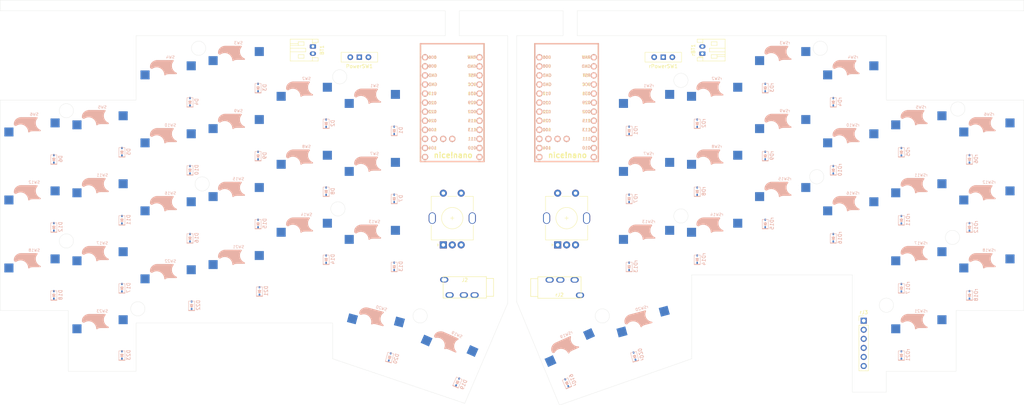
<source format=kicad_pcb>
(kicad_pcb (version 20240108) (generator "pcbnew") (generator_version "8.0")
  (layers (0 "F.Cu" signal) (31 "B.Cu" signal) (34 "B.Paste" user) (35 "F.Paste" user) (36 "B.SilkS" user "B.Silkscreen") (37 "F.SilkS" user "F.Silkscreen") (38 "B.Mask" user) (39 "F.Mask" user) (44 "Edge.Cuts" user))
  (net 0 "")
  (net 1 "SCLK")
  (net 2 "SDIO")
  (net 3 "Net-(rD1-A)")
  (net 4 "rROW0")
  (net 5 "rROW1")
  (net 6 "Net-(rD2-A)")
  (net 7 "rROW2")
  (net 8 "Net-(rD3-A)")
  (net 9 "Net-(rD4-A)")
  (net 10 "rROW3")
  (net 11 "Net-(rD5-A)")
  (net 12 "Net-(rD6-A)")
  (net 13 "Net-(rD7-A)")
  (net 14 "Net-(rD8-A)")
  (net 15 "Net-(rD9-A)")
  (net 16 "Net-(rD10-A)")
  (net 17 "Net-(rD11-A)")
  (net 18 "Net-(rD12-A)")
  (net 19 "Net-(rD13-A)")
  (net 20 "Net-(rD14-A)")
  (net 21 "Net-(rD15-A)")
  (net 22 "Net-(rD16-A)")
  (net 23 "Net-(rD17-A)")
  (net 24 "Net-(rD18-A)")
  (net 25 "Net-(rD19-A)")
  (net 26 "Net-(rD20-A)")
  (net 27 "rBAT-")
  (net 28 "rCOL0")
  (net 29 "rCOL1")
  (net 30 "rCOL2")
  (net 31 "rCOL3")
  (net 32 "rCOL4")
  (net 33 "rBAT+")
  (net 34 "Net-(rPowerSW1-B)")
  (net 35 "BAT+")
  (net 36 "BAT-")
  (net 37 "ROW0")
  (net 38 "Net-(D1-A)")
  (net 39 "Net-(D2-A)")
  (net 40 "Net-(D3-A)")
  (net 41 "Net-(D4-A)")
  (net 42 "Net-(D5-A)")
  (net 43 "Net-(D6-A)")
  (net 44 "Net-(D7-A)")
  (net 45 "ROW1")
  (net 46 "Net-(D8-A)")
  (net 47 "Net-(D9-A)")
  (net 48 "Net-(D10-A)")
  (net 49 "Net-(D11-A)")
  (net 50 "Net-(D12-A)")
  (net 51 "Net-(D13-A)")
  (net 52 "ROW2")
  (net 53 "Net-(D14-A)")
  (net 54 "Net-(D15-A)")
  (net 55 "Net-(D16-A)")
  (net 56 "Net-(D17-A)")
  (net 57 "Net-(D18-A)")
  (net 58 "Net-(D19-A)")
  (net 59 "ROW3")
  (net 60 "Net-(D20-A)")
  (net 61 "Net-(D21-A)")
  (net 62 "Net-(D22-A)")
  (net 63 "Net-(PowerSW1-B)")
  (net 64 "COL5")
  (net 65 "COL4")
  (net 66 "COL3")
  (net 67 "COL2")
  (net 68 "COL1")
  (net 69 "COL0")
  (net 71 "NCS")
  (net 72 "rCOL5")
  (net 73 "REB")
  (net 74 "KEYEX1")
  (net 77 "VCC")
  (net 79 "RE0A")
  (net 81 "DATA")
  (net 86 "rREB")
  (net 89 "rKEYEX1")
  (net 91 "rRE0A")
  (net 93 "rVCC")
  (net 94 "Net-(rD21-A)")
  (net 95 "rDATA")
  (net 97 "Net-(D23-A)")
  (footprint "Button_Switch_THT:SW_Slide-03_Wuerth-WS-SLTV_10x2.5x6.4_P2.54mm" (layer "F.Cu") (at 135 53.5 180)
    (property "Reference" "PowerSW1" (at 0 -2.54 0) (layer "F.SilkS"))
    (property "Value" "SW_Wuerth_450301014042")
    (pad "1" thru_hole rect (at 0 0 180) (size 1.5 1.5) (drill 0.8) (layers "*.Cu" "*.Mask") (net 63 "Net-(PowerSW1-B)"))
    (pad "2" thru_hole circle (at -2.54 0 180) (size 1.6 1.6) (drill 0.8) (layers "*.Cu" "*.Mask") (net 36 "BAT-"))
    (pad "3" thru_hole circle (at 2.54 0 180) (size 1.6 1.6) (drill 0.8) (layers "*.Cu" "*.Mask") (net 35 "BAT+"))
  )
  (footprint "MJ-4PP-9:MJ-4PP-9" (layer "F.Cu") (at 164.5 118.05 180)
    (property "Reference" "J2" (at 0 2.1082 0) (layer "F.SilkS"))
    (property "Value" "MJ-4PP-9")
    (pad "" np_thru_hole circle (at -4.55 0.05 180) (size 1.2 1.2) (drill 1.2) (layers "*.Cu" "*.Mask"))
    (pad "" np_thru_hole circle (at 2.45 0.05 180) (size 1.2 1.2) (drill 1.2) (layers "*.Cu" "*.Mask"))
    (pad "1" thru_hole oval (at 5.75 2.2 180) (size 2.3 1.5) (drill oval 1.5 1) (layers "*.Cu" "*.Mask"))
    (pad "2" thru_hole oval (at -2.75 -2.1 180) (size 2.3 1.5) (drill oval 1.5 1) (layers "*.Cu" "*.Mask") (net 81 "DATA"))
    (pad "3" thru_hole oval (at 0.25 -2.1 180) (size 2.3 1.5) (drill oval 1.5 1) (layers "*.Cu" "*.Mask") (net 36 "BAT-"))
    (pad "4" thru_hole oval (at 4.25 -2.1 180) (size 2.3 1.5) (drill oval 1.5 1) (layers "*.Cu" "*.Mask") (net 77 "VCC"))
  )
  (footprint "Connector_JST:JST_PH_S2B-PH-K_1x02_P2.00mm_Horizontal" (layer "F.Cu") (at 122 50.5 -90)
    (property "Reference" "BT1" (at 1 -2.55 90) (layer "F.SilkS"))
    (property "Value" "Battery_Cell")
    (pad "1" thru_hole roundrect (at 0 0 270) (size 1.2 1.75) (drill 0.75) (layers "*.Cu" "*.Mask") (roundrect_rratio 0.208333) (net 35 "BAT+"))
    (pad "2" thru_hole oval (at 2 0 270) (size 1.2 1.75) (drill 0.75) (layers "*.Cu" "*.Mask") (net 36 "BAT-"))
  )
  (footprint "Connector_PinHeader_2.54mm:PinHeader_1x06_P2.54mm_Vertical" (layer "F.Cu") (at 276.15 127.34)
    (property "Reference" "rJ3" (at 0 -2.33 0) (layer "F.SilkS"))
    (property "Value" "Conn_01x06")
    (pad "1" thru_hole rect (at 0 0) (size 1.7 1.7) (drill 1) (layers "*.Cu" "*.Mask") (net 93 "rVCC"))
    (pad "2" thru_hole oval (at 0 2.54) (size 1.7 1.7) (drill 1) (layers "*.Cu" "*.Mask") (net 27 "rBAT-"))
    (pad "3" thru_hole oval (at 0 5.08) (size 1.7 1.7) (drill 1) (layers "*.Cu" "*.Mask") (net 1 "SCLK"))
    (pad "4" thru_hole oval (at 0 7.62) (size 1.7 1.7) (drill 1) (layers "*.Cu" "*.Mask") (net 2 "SDIO"))
    (pad "5" thru_hole oval (at 0 10.16) (size 1.7 1.7) (drill 1) (layers "*.Cu" "*.Mask") (net 71 "NCS"))
    (pad "6" thru_hole oval (at 0 12.7) (size 1.7 1.7) (drill 1) (layers "*.Cu" "*.Mask"))
  )
  (footprint "Button_Switch_THT:SW_Slide-03_Wuerth-WS-SLTV_10x2.5x6.4_P2.54mm" (layer "F.Cu") (at 220.05 53.5 180)
    (property "Reference" "rPowerSW1" (at 0 -2.54 0) (layer "F.SilkS"))
    (property "Value" "SW_Wuerth_450301014042")
    (pad "1" thru_hole rect (at 0 0 180) (size 1.5 1.5) (drill 0.8) (layers "*.Cu" "*.Mask") (net 34 "Net-(rPowerSW1-B)"))
    (pad "2" thru_hole circle (at -2.54 0 180) (size 1.6 1.6) (drill 0.8) (layers "*.Cu" "*.Mask") (net 27 "rBAT-"))
    (pad "3" thru_hole circle (at 2.54 0 180) (size 1.6 1.6) (drill 0.8) (layers "*.Cu" "*.Mask") (net 33 "rBAT+"))
  )
  (footprint "nice-nano-kicad:nice_nano" (layer "F.Cu") (at 193 67.5 -90)
    (property "Reference" "rU1" (hide yes))
    (property "Value" "nice_nano" (hide yes))
    (fp_text user "RAW" (at -13.97 -5.473715 0) (layer "B.SilkS") (effects (font (size 0.8 0.8)) (justify mirror)))
    (fp_text user "029" (at -1.27 -5.537191 0) (layer "B.SilkS") (effects (font (size 0.8 0.8)) (justify mirror)))
    (fp_text user "022" (at 1.3 5.53719 0) (layer "B.SilkS") (effects (font (size 0.8 0.8)) (justify mirror)))
    (fp_text user "008" (at -11.5 5.53719 0) (layer "B.SilkS") (effects (font (size 0.8 0.8)) (justify mirror)))
    (fp_text user "GND" (at -6.35 5.461 0) (layer "B.SilkS") (effects (font (size 0.8 0.8)) (justify mirror)))
    (fp_text user "002" (at 1.27 -5.537191 0) (layer "B.SilkS") (effects (font (size 0.8 0.8)) (justify mirror)))
    (fp_text user "104" (at 11.43 5.53719 0) (layer "B.SilkS") (effects (font (size 0.8 0.8)) (justify mirror)))
    (fp_text user "113" (at 6.35 -5.537191 0) (layer "B.SilkS") (effects (font (size 0.8 0.8)) (justify mirror)))
    (fp_text user "010" (at 11.43 -5.537191 0) (layer "B.SilkS") (effects (font (size 0.8 0.8)) (justify mirror)))
    (fp_text user "115" (at 3.81 -5.537191 0) (layer "B.SilkS") (effects (font (size 0.8 0.8)) (justify mirror)))
    (fp_text user "VCC" (at -6.35 -5.537191 0) (layer "B.SilkS") (effects (font (size 0.8 0.8)) (justify mirror)))
    (fp_text user "020" (at -1.2 5.53719 0) (layer "B.SilkS") (effects (font (size 0.8 0.8)) (justify mirror)))
    (fp_text user "GND" (at -8.89 5.461 0) (layer "B.SilkS") (effects (font (size 0.8 0.8)) (justify mirror)))
    (fp_text user "RST" (at -8.89 -5.588 0) (layer "B.SilkS") (effects (font (size 0.8 0.8)) (justify mirror)))
    (fp_text user "111" (at 8.89 -5.537191 0) (layer "B.SilkS") (effects (font (size 0.8 0.8)) (justify mirror)))
    (fp_text user "006" (at -13.97 5.53719 0) (layer "B.SilkS") (effects (font (size 0.8 0.8)) (justify mirror)))
    (fp_text user "031" (at -3.81 -5.537191 0) (layer "B.SilkS") (effects (font (size 0.8 0.8)) (justify mirror)))
    (fp_text user "GND" (at -11.43 -5.454667 0) (layer "B.SilkS") (effects (font (size 0.8 0.8)) (justify mirror)))
    (fp_text user "100" (at 6.35 5.53719 0) (layer "B.SilkS") (effects (font (size 0.8 0.8)) (justify mirror)))
    (fp_text user "024" (at 3.8 5.53719 0) (layer "B.SilkS") (effects (font (size 0.8 0.8)) (justify mirror)))
    (fp_text user "017" (at -3.81 5.53719 0) (layer "B.SilkS") (effects (font (size 0.8 0.8)) (justify mirror)))
    (fp_text user "111" (at 8.89 -5.537191 0) (layer "F.SilkS") (effects (font (size 0.8 0.8))))
    (fp_text user "GND" (at -11.43 -5.454667 0) (layer "F.SilkS") (effects (font (size 0.8 0.8))))
    (fp_text user "020" (at -1.2 5.53719 0) (layer "F.SilkS") (effects (font (size 0.8 0.8))))
    (fp_text user "031" (at -3.81 -5.537191 0) (layer "F.SilkS") (effects (font (size 0.8 0.8))))
    (fp_text user "GND" (at -8.89 5.461 0) (layer "F.SilkS") (effects (font (size 0.8 0.8))))
    (fp_text user "017" (at -3.8 5.53719 0) (layer "F.SilkS") (effects (font (size 0.8 0.8))))
    (fp_text user "002" (at 1.27 -5.537191 0) (layer "F.SilkS") (effects (font (size 0.8 0.8))))
    (fp_text user "029" (at -1.27 -5.537191 0) (layer "F.SilkS") (effects (font (size 0.8 0.8))))
    (fp_text user "024" (at 3.81 5.53719 0) (layer "F.SilkS") (effects (font (size 0.8 0.8))))
    (fp_text user "115" (at 3.81 -5.537191 0) (layer "F.SilkS") (effects (font (size 0.8 0.8))))
    (fp_text user "006" (at -13.97 5.53719 0) (layer "F.SilkS") (effects (font (size 0.8 0.8))))
    (fp_text user "VCC" (at -6.35 -5.537191 0) (layer "F.SilkS") (effects (font (size 0.8 0.8))))
    (fp_text user "104" (at 11.43 5.53719 0) (layer "F.SilkS") (effects (font (size 0.8 0.8))))
    (fp_text user "nice!nano" (at 13.462 -0.254 0) (layer "F.SilkS") (effects (font (size 1.5 1.5) (thickness 0.3))))
    (fp_text user "GND" (at -6.35 5.461 0) (layer "F.SilkS") (effects (font (size 0.8 0.8))))
    (fp_text user "010" (at 11.43 -5.537191 0) (layer "F.SilkS") (effects (font (size 0.8 0.8))))
    (fp_text user "022" (at 1.3 5.53719 0) (layer "F.SilkS") (effects (font (size 0.8 0.8))))
    (fp_text user "RST" (at -8.89 -5.588 0) (layer "F.SilkS") (effects (font (size 0.8 0.8))))
    (fp_text user "008" (at -11.5 5.53719 0) (layer "F.SilkS") (effects (font (size 0.8 0.8))))
    (fp_text user "100" (at 6.35 5.53719 0) (layer "F.SilkS") (effects (font (size 0.8 0.8))))
    (fp_text user "RAW" (at -13.97 -5.473715 0) (layer "F.SilkS") (effects (font (size 0.8 0.8))))
    (fp_text user "113" (at 6.35 -5.537191 0) (layer "F.SilkS") (effects (font (size 0.8 0.8))))
    (pad "1" thru_hole circle (at -13.97 7.62 270) (size 1.7526 1.7526) (drill 1.0922) (layers "*.Cu" "*.SilkS" "*.Mask") (net 89 "rKEYEX1"))
    (pad "2" thru_hole circle (at -11.43 7.62 270) (size 1.7526 1.7526) (drill 1.0922) (layers "*.Cu" "*.SilkS" "*.Mask") (net 95 "rDATA"))
    (pad "3" thru_hole circle (at -8.89 7.62 270) (size 1.7526 1.7526) (drill 1.0922) (layers "*.Cu" "*.SilkS" "*.Mask") (net 27 "rBAT-"))
    (pad "4" thru_hole circle (at -6.35 7.62 270) (size 1.7526 1.7526) (drill 1.0922) (layers "*.Cu" "*.SilkS" "*.Mask") (net 27 "rBAT-"))
    (pad "5" thru_hole circle (at -3.81 7.62 270) (size 1.7526 1.7526) (drill 1.0922) (layers "*.Cu" "*.SilkS" "*.Mask") (net 86 "rREB"))
    (pad "6" thru_hole circle (at -1.27 7.62 270) (size 1.7526 1.7526) (drill 1.0922) (layers "*.Cu" "*.SilkS" "*.Mask") (net 91 "rRE0A"))
    (pad "7" thru_hole circle (at 1.27 7.62 270) (size 1.7526 1.7526) (drill 1.0922) (layers "*.Cu" "*.SilkS" "*.Mask") (net 28 "rCOL0"))
    (pad "8" thru_hole circle (at 3.81 7.62 270) (size 1.7526 1.7526) (drill 1.0922) (layers "*.Cu" "*.SilkS" "*.Mask") (net 29 "rCOL1"))
    (pad "9" thru_hole circle (at 6.35 7.62 270) (size 1.7526 1.7526) (drill 1.0922) (layers "*.Cu" "*.SilkS" "*.Mask") (net 30 "rCOL2"))
    (pad "10" thru_hole circle (at 8.89 7.62 270) (size 1.7526 1.7526) (drill 1.0922) (layers "*.Cu" "*.SilkS" "*.Mask") (net 31 "rCOL3"))
    (pad "11" thru_hole circle (at 11.43 7.62 270) (size 1.7526 1.7526) (drill 1.0922) (layers "*.Cu" "*.SilkS" "*.Mask") (net 32 "rCOL4"))
    (pad "12" thru_hole circle (at 13.97 7.62 270) (size 1.7526 1.7526) (drill 1.0922) (layers "*.Cu" "*.SilkS" "*.Mask") (net 72 "rCOL5"))
    (pad "13" thru_hole circle (at 13.97 -7.62 270) (size 1.7526 1.7526) (drill 1.0922) (layers "*.Cu" "*.SilkS" "*.Mask") (net 71 "NCS"))
    (pad "14" thru_hole circle (at 11.43 -7.62 270) (size 1.7526 1.7526) (drill 1.0922) (layers "*.Cu" "*.SilkS" "*.Mask"))
    (pad "15" thru_hole circle (at 8.89 -7.62 270) (size 1.7526 1.7526) (drill 1.0922) (layers "*.Cu" "*.SilkS" "*.Mask") (net 2 "SDIO"))
    (pad "16" thru_hole circle (at 6.35 -7.62 270) (size 1.7526 1.7526) (drill 1.0922) (layers "*.Cu" "*.SilkS" "*.Mask") (net 1 "SCLK"))
    (pad "17" thru_hole circle (at 3.81 -7.62 270) (size 1.7526 1.7526) (drill 1.0922) (layers "*.Cu" "*.SilkS" "*.Mask") (net 10 "rROW3"))
    (pad "18" thru_hole circle (at 1.27 -7.62 270) (size 1.7526 1.7526) (drill 1.0922) (layers "*.Cu" "*.SilkS" "*.Mask") (net 7 "rROW2"))
    (pad "19" thru_hole circle (at -1.27 -7.62 270) (size 1.7526 1.7526) (drill 1.0922) (layers "*.Cu" "*.SilkS" "*.Mask") (net 5 "rROW1"))
    (pad "20" thru_hole circle (at -3.81 -7.62 270) (size 1.7526 1.7526) (drill 1.0922) (layers "*.Cu" "*.SilkS" "*.Mask") (net 4 "rROW0"))
    (pad "21" thru_hole circle (at -6.35 -7.62 270) (size 1.7526 1.7526) (drill 1.0922) (layers "*.Cu" "*.SilkS" "*.Mask") (net 93 "rVCC"))
    (pad "22" thru_hole circle (at -8.89 -7.62 270) (size 1.7526 1.7526) (drill 1.0922) (layers "*.Cu" "*.SilkS" "*.Mask"))
    (pad "23" thru_hole circle (at -11.43 -7.62 270) (size 1.7526 1.7526) (drill 1.0922) (layers "*.Cu" "*.SilkS" "*.Mask") (net 27 "rBAT-"))
    (pad "24" thru_hole circle (at -13.97 -7.62 270) (size 1.7526 1.7526) (drill 1.0922) (layers "*.Cu" "*.SilkS" "*.Mask") (net 34 "Net-(rPowerSW1-B)"))
    (pad "31" thru_hole circle (at 8.89 5.08 270) (size 1.7526 1.7526) (drill 1.0922) (layers "*.Cu" "*.SilkS" "*.Mask"))
    (pad "32" thru_hole circle (at 8.89 2.54 270) (size 1.7526 1.7526) (drill 1.0922) (layers "*.Cu" "*.SilkS" "*.Mask"))
    (pad "33" thru_hole circle (at 8.89 0 270) (size 1.7526 1.7526) (drill 1.0922) (layers "*.Cu" "*.SilkS" "*.Mask"))
  )
  (footprint "Keebio-Parts:RotaryEncoder_EC11" (layer "F.Cu") (at 193 98.6 90)
    (property "Reference" "rEXSW1")
    (property "Value" "RotaryEncoder_Switch")
    (pad "" np_thru_hole oval (at 0 -5.6 90) (size 3.2 2) (drill oval 2.8 1.5) (layers "F&B.Cu" "*.Mask"))
    (pad "" np_thru_hole oval (at 0 5.6 90) (size 3.2 2) (drill oval 2.8 1.5) (layers "F&B.Cu" "*.Mask"))
    (pad "A" thru_hole rect (at -7.5 -2.5 90) (size 2 2) (drill 1) (layers "*.Cu" "*.Mask") (net 91 "rRE0A"))
    (pad "B" thru_hole circle (at -7.5 2.5 90) (size 2 2) (drill 1) (layers "*.Cu" "*.Mask") (net 86 "rREB"))
    (pad "C" thru_hole circle (at -7.5 0 90) (size 2 2) (drill 1) (layers "*.Cu" "*.Mask") (net 27 "rBAT-"))
    (pad "S1" thru_hole circle (at 7 2.5 90) (size 2 2) (drill 1) (layers "*.Cu" "*.Mask") (net 27 "rBAT-"))
    (pad "S2" thru_hole circle (at 7 -2.5 90) (size 2 2) (drill 1) (layers "*.Cu" "*.Mask") (net 89 "rKEYEX1"))
  )
  (footprint "nice-nano-kicad:nice_nano" (layer "F.Cu") (at 161 67.5 -90)
    (property "Reference" "U1" (hide yes))
    (property "Value" "nice_nano" (hide yes))
    (fp_text user "029" (at -1.27 -5.537191 0) (layer "B.SilkS") (effects (font (size 0.8 0.8)) (justify mirror)))
    (fp_text user "010" (at 11.43 -5.537191 0) (layer "B.SilkS") (effects (font (size 0.8 0.8)) (justify mirror)))
    (fp_text user "006" (at -13.97 5.53719 0) (layer "B.SilkS") (effects (font (size 0.8 0.8)) (justify mirror)))
    (fp_text user "GND" (at -8.89 5.461 0) (layer "B.SilkS") (effects (font (size 0.8 0.8)) (justify mirror)))
    (fp_text user "115" (at 3.81 -5.537191 0) (layer "B.SilkS") (effects (font (size 0.8 0.8)) (justify mirror)))
    (fp_text user "008" (at -11.5 5.53719 0) (layer "B.SilkS") (effects (font (size 0.8 0.8)) (justify mirror)))
    (fp_text user "RAW" (at -13.97 -5.473715 0) (layer "B.SilkS") (effects (font (size 0.8 0.8)) (justify mirror)))
    (fp_text user "017" (at -3.81 5.53719 0) (layer "B.SilkS") (effects (font (size 0.8 0.8)) (justify mirror)))
    (fp_text user "GND" (at -11.43 -5.454667 0) (layer "B.SilkS") (effects (font (size 0.8 0.8)) (justify mirror)))
    (fp_text user "024" (at 3.8 5.53719 0) (layer "B.SilkS") (effects (font (size 0.8 0.8)) (justify mirror)))
    (fp_text user "022" (at 1.3 5.53719 0) (layer "B.SilkS") (effects (font (size 0.8 0.8)) (justify mirror)))
    (fp_text user "VCC" (at -6.35 -5.537191 0) (layer "B.SilkS") (effects (font (size 0.8 0.8)) (justify mirror)))
    (fp_text user "002" (at 1.27 -5.537191 0) (layer "B.SilkS") (effects (font (size 0.8 0.8)) (justify mirror)))
    (fp_text user "020" (at -1.2 5.53719 0) (layer "B.SilkS") (effects (font (size 0.8 0.8)) (justify mirror)))
    (fp_text user "100" (at 6.35 5.53719 0) (layer "B.SilkS") (effects (font (size 0.8 0.8)) (justify mirror)))
    (fp_text user "113" (at 6.35 -5.537191 0) (layer "B.SilkS") (effects (font (size 0.8 0.8)) (justify mirror)))
    (fp_text user "104" (at 11.43 5.53719 0) (layer "B.SilkS") (effects (font (size 0.8 0.8)) (justify mirror)))
    (fp_text user "111" (at 8.89 -5.537191 0) (layer "B.SilkS") (effects (font (size 0.8 0.8)) (justify mirror)))
    (fp_text user "031" (at -3.81 -5.537191 0) (layer "B.SilkS") (effects (font (size 0.8 0.8)) (justify mirror)))
    (fp_text user "RST" (at -8.89 -5.588 0) (layer "B.SilkS") (effects (font (size 0.8 0.8)) (justify mirror)))
    (fp_text user "GND" (at -6.35 5.461 0) (layer "B.SilkS") (effects (font (size 0.8 0.8)) (justify mirror)))
    (fp_text user "002" (at 1.27 -5.537191 0) (layer "F.SilkS") (effects (font (size 0.8 0.8))))
    (fp_text user "008" (at -11.5 5.53719 0) (layer "F.SilkS") (effects (font (size 0.8 0.8))))
    (fp_text user "111" (at 8.89 -5.537191 0) (layer "F.SilkS") (effects (font (size 0.8 0.8))))
    (fp_text user "nice!nano" (at 13.462 -0.254 0) (layer "F.SilkS") (effects (font (size 1.5 1.5) (thickness 0.3))))
    (fp_text user "100" (at 6.35 5.53719 0) (layer "F.SilkS") (effects (font (size 0.8 0.8))))
    (fp_text user "RST" (at -8.89 -5.588 0) (layer "F.SilkS") (effects (font (size 0.8 0.8))))
    (fp_text user "029" (at -1.27 -5.537191 0) (layer "F.SilkS") (effects (font (size 0.8 0.8))))
    (fp_text user "GND" (at -11.43 -5.454667 0) (layer "F.SilkS") (effects (font (size 0.8 0.8))))
    (fp_text user "020" (at -1.2 5.53719 0) (layer "F.SilkS") (effects (font (size 0.8 0.8))))
    (fp_text user "GND" (at -6.35 5.461 0) (layer "F.SilkS") (effects (font (size 0.8 0.8))))
    (fp_text user "GND" (at -8.89 5.461 0) (layer "F.SilkS") (effects (font (size 0.8 0.8))))
    (fp_text user "RAW" (at -13.97 -5.473715 0) (layer "F.SilkS") (effects (font (size 0.8 0.8))))
    (fp_text user "017" (at -3.8 5.53719 0) (layer "F.SilkS") (effects (font (size 0.8 0.8))))
    (fp_text user "024" (at 3.81 5.53719 0) (layer "F.SilkS") (effects (font (size 0.8 0.8))))
    (fp_text user "022" (at 1.3 5.53719 0) (layer "F.SilkS") (effects (font (size 0.8 0.8))))
    (fp_text user "VCC" (at -6.35 -5.537191 0) (layer "F.SilkS") (effects (font (size 0.8 0.8))))
    (fp_text user "113" (at 6.35 -5.537191 0) (layer "F.SilkS") (effects (font (size 0.8 0.8))))
    (fp_text user "104" (at 11.43 5.53719 0) (layer "F.SilkS") (effects (font (size 0.8 0.8))))
    (fp_text user "010" (at 11.43 -5.537191 0) (layer "F.SilkS") (effects (font (size 0.8 0.8))))
    (fp_text user "006" (at -13.97 5.53719 0) (layer "F.SilkS") (effects (font (size 0.8 0.8))))
    (fp_text user "115" (at 3.81 -5.537191 0) (layer "F.SilkS") (effects (font (size 0.8 0.8))))
    (fp_text user "031" (at -3.81 -5.537191 0) (layer "F.SilkS") (effects (font (size 0.8 0.8))))
    (pad "1" thru_hole circle (at -13.97 7.62 270) (size 1.7526 1.7526) (drill 1.0922) (layers "*.Cu" "*.SilkS" "*.Mask") (net 74 "KEYEX1"))
    (pad "2" thru_hole circle (at -11.43 7.62 270) (size 1.7526 1.7526) (drill 1.0922) (layers "*.Cu" "*.SilkS" "*.Mask") (net 81 "DATA"))
    (pad "3" thru_hole circle (at -8.89 7.62 270) (size 1.7526 1.7526) (drill 1.0922) (layers "*.Cu" "*.SilkS" "*.Mask") (net 36 "BAT-"))
    (pad "4" thru_hole circle (at -6.35 7.62 270) (size 1.7526 1.7526) (drill 1.0922) (layers "*.Cu" "*.SilkS" "*.Mask") (net 36 "BAT-"))
    (pad "5" thru_hole circle (at -3.81 7.62 270) (size 1.7526 1.7526) (drill 1.0922) (layers "*.Cu" "*.SilkS" "*.Mask") (net 73 "REB"))
    (pad "6" thru_hole circle (at -1.27 7.62 270) (size 1.7526 1.7526) (drill 1.0922) (layers "*.Cu" "*.SilkS" "*.Mask") (net 79 "RE0A"))
    (pad "7" thru_hole circle (at 1.27 7.62 270) (size 1.7526 1.7526) (drill 1.0922) (layers "*.Cu" "*.SilkS" "*.Mask") (net 69 "COL0"))
    (pad "8" thru_hole circle (at 3.81 7.62 270) (size 1.7526 1.7526) (drill 1.0922) (layers "*.Cu" "*.SilkS" "*.Mask") (net 68 "COL1"))
    (pad "9" thru_hole circle (at 6.35 7.62 270) (size 1.7526 1.7526) (drill 1.0922) (layers "*.Cu" "*.SilkS" "*.Mask") (net 67 "COL2"))
    (pad "10" thru_hole circle (at 8.89 7.62 270) (size 1.7526 1.7526) (drill 1.0922) (layers "*.Cu" "*.SilkS" "*.Mask") (net 66 "COL3"))
    (pad "11" thru_hole circle (at 11.43 7.62 270) (size 1.7526 1.7526) (drill 1.0922) (layers "*.Cu" "*.SilkS" "*.Mask") (net 65 "COL4"))
    (pad "12" thru_hole circle (at 13.97 7.62 270) (size 1.7526 1.7526) (drill 1.0922) (layers "*.Cu" "*.SilkS" "*.Mask") (net 64 "COL5"))
    (pad "13" thru_hole circle (at 13.97 -7.62 270) (size 1.7526 1.7526) (drill 1.0922) (layers "*.Cu" "*.SilkS" "*.Mask"))
    (pad "14" thru_hole circle (at 11.43 -7.62 270) (size 1.7526 1.7526) (drill 1.0922) (layers "*.Cu" "*.SilkS" "*.Mask"))
    (pad "15" thru_hole circle (at 8.89 -7.62 270) (size 1.7526 1.7526) (drill 1.0922) (layers "*.Cu" "*.SilkS" "*.Mask"))
    (pad "16" thru_hole circle (at 6.35 -7.62 270) (size 1.7526 1.7526) (drill 1.0922) (layers "*.Cu" "*.SilkS" "*.Mask"))
    (pad "17" thru_hole circle (at 3.81 -7.62 270) (size 1.7526 1.7526) (drill 1.0922) (layers "*.Cu" "*.SilkS" "*.Mask") (net 59 "ROW3"))
    (pad "18" thru_hole circle (at 1.27 -7.62 270) (size 1.7526 1.7526) (drill 1.0922) (layers "*.Cu" "*.SilkS" "*.Mask") (net 52 "ROW2"))
    (pad "19" thru_hole circle (at -1.27 -7.62 270) (size 1.7526 1.7526) (drill 1.0922) (layers "*.Cu" "*.SilkS" "*.Mask") (net 45 "ROW1"))
    (pad "20" thru_hole circle (at -3.81 -7.62 270) (size 1.7526 1.7526) (drill 1.0922) (layers "*.Cu" "*.SilkS" "*.Mask") (net 37 "ROW0"))
    (pad "21" thru_hole circle (at -6.35 -7.62 270) (size 1.7526 1.7526) (drill 1.0922) (layers "*.Cu" "*.SilkS" "*.Mask") (net 77 "VCC"))
    (pad "22" thru_hole circle (at -8.89 -7.62 270) (size 1.7526 1.7526) (drill 1.0922) (layers "*.Cu" "*.SilkS" "*.Mask"))
    (pad "23" thru_hole circle (at -11.43 -7.62 270) (size 1.7526 1.7526) (drill 1.0922) (layers "*.Cu" "*.SilkS" "*.Mask") (net 36 "BAT-"))
    (pad "24" thru_hole circle (at -13.97 -7.62 270) (size 1.7526 1.7526) (drill 1.0922) (layers "*.Cu" "*.SilkS" "*.Mask") (net 63 "Net-(PowerSW1-B)"))
    (pad "31" thru_hole circle (at 8.89 5.08 270) (size 1.7526 1.7526) (drill 1.0922) (layers "*.Cu" "*.SilkS" "*.Mask"))
    (pad "32" thru_hole circle (at 8.89 2.54 270) (size 1.7526 1.7526) (drill 1.0922) (layers "*.Cu" "*.SilkS" "*.Mask"))
    (pad "33" thru_hole circle (at 8.89 0 270) (size 1.7526 1.7526) (drill 1.0922) (layers "*.Cu" "*.SilkS" "*.Mask"))
  )
  (footprint "Keebio-Parts:RotaryEncoder_EC11" (layer "F.Cu") (at 161 98.6 90)
    (property "Reference" "EXSW1")
    (property "Value" "RotaryEncoder_Switch")
    (pad "" np_thru_hole oval (at 0 -5.6 90) (size 3.2 2) (drill oval 2.8 1.5) (layers "F&B.Cu" "*.Mask"))
    (pad "" np_thru_hole oval (at 0 5.6 90) (size 3.2 2) (drill oval 2.8 1.5) (layers "F&B.Cu" "*.Mask"))
    (pad "A" thru_hole rect (at -7.5 -2.5 90) (size 2 2) (drill 1) (layers "*.Cu" "*.Mask") (net 79 "RE0A"))
    (pad "B" thru_hole circle (at -7.5 2.5 90) (size 2 2) (drill 1) (layers "*.Cu" "*.Mask") (net 73 "REB"))
    (pad "C" thru_hole circle (at -7.5 0 90) (size 2 2) (drill 1) (layers "*.Cu" "*.Mask") (net 36 "BAT-"))
    (pad "S1" thru_hole circle (at 7 2.5 90) (size 2 2) (drill 1) (layers "*.Cu" "*.Mask") (net 36 "BAT-"))
    (pad "S2" thru_hole circle (at 7 -2.5 90) (size 2 2) (drill 1) (layers "*.Cu" "*.Mask") (net 74 "KEYEX1"))
  )
  (footprint "Connector_JST:JST_PH_S2B-PH-K_1x02_P2.00mm_Horizontal" (layer "F.Cu") (at 231 52.5 90)
    (property "Reference" "rBT1" (at 1 -2.55 90) (layer "F.SilkS"))
    (property "Value" "Battery_Cell")
    (pad "1" thru_hole roundrect (at 0 0 90) (size 1.2 1.75) (drill 0.75) (layers "*.Cu" "*.Mask") (roundrect_rratio 0.208333) (net 33 "rBAT+"))
    (pad "2" thru_hole oval (at 2 0 90) (size 1.2 1.75) (drill 0.75) (layers "*.Cu" "*.Mask") (net 27 "rBAT-"))
  )
  (footprint "MJ-4PP-9:MJ-4PP-9" (layer "F.Cu") (at 191 118)
    (property "Reference" "rJ2" (at 0 2.1082 0) (layer "F.SilkS"))
    (property "Value" "MJ-4PP-9")
    (pad "" np_thru_hole circle (at -4.55 0.05) (size 1.2 1.2) (drill 1.2) (layers "*.Cu" "*.Mask"))
    (pad "" np_thru_hole circle (at 2.45 0.05) (size 1.2 1.2) (drill 1.2) (layers "*.Cu" "*.Mask"))
    (pad "1" thru_hole oval (at 5.75 2.2) (size 2.3 1.5) (drill oval 1.5 1) (layers "*.Cu" "*.Mask"))
    (pad "2" thru_hole oval (at -2.75 -2.1) (size 2.3 1.5) (drill oval 1.5 1) (layers "*.Cu" "*.Mask") (net 95 "rDATA"))
    (pad "3" thru_hole oval (at 0.25 -2.1) (size 2.3 1.5) (drill oval 1.5 1) (layers "*.Cu" "*.Mask") (net 27 "rBAT-"))
    (pad "4" thru_hole oval (at 4.25 -2.1) (size 2.3 1.5) (drill oval 1.5 1) (layers "*.Cu" "*.Mask") (net 93 "rVCC"))
  )
  (footprint "Keebio-Parts:D_SOD-323" (layer "B.Cu") (at 144.75 93.05 90)
    (property "Reference" "D7" (at 0 1.85 90) (layer "B.SilkS") (effects (justify mirror)))
    (property "Value" "1N4148WT")
    (pad "1" smd rect (at -1.05 0 90) (size 0.6 0.45) (layers "B.Cu" "B.Paste" "B.Mask") (net 45 "ROW1"))
    (pad "2" smd rect (at 1.05 0 90) (size 0.6 0.45) (layers "B.Cu" "B.Paste" "B.Mask") (net 44 "Net-(D7-A)"))
  )
  (footprint "kbd:keyswitch_cherrymx_hotswap_1u" (layer "B.Cu") (at 216 107.1 180)
    (property "Reference" "rSW13" (at 0 7.5 0) (layer "B.SilkS") (effects (font (size 0.8 0.8) (thickness 0.1) (bold yes)) (justify mirror)))
    (property "Value" "SW_Push" (hide yes))
    (pad "" np_thru_hole circle (at -5.08 0 180) (size 1.9 1.9) (drill 1.9) (layers "*.Cu" "*.Mask"))
    (pad "" np_thru_hole circle (at -2.54 5.08 180) (size 3 3) (drill 3) (layers "F&B.Cu" "*.Mask"))
    (pad "" np_thru_hole circle (at 0 0 270) (size 4.1 4.1) (drill 4.1) (layers "*.Cu" "*.Mask"))
    (pad "" np_thru_hole circle (at 3.81 2.54 180) (size 3 3) (drill 3) (layers "F&B.Cu" "*.Mask"))
    (pad "" np_thru_hole circle (at 5.08 0 180) (size 1.9 1.9) (drill 1.9) (layers "*.Cu" "*.Mask"))
    (pad "1" smd rect (at 7.085 2.54) (size 2.55 2.5) (layers "B.Cu" "B.Paste" "B.Mask") (net 19 "Net-(rD13-A)"))
    (pad "2" smd rect (at -5.842 5.08) (size 2.55 2.5) (layers "B.Cu" "B.Paste" "B.Mask") (net 28 "rCOL0"))
  )
  (footprint "Keebio-Parts:D_SOD-323" (layer "B.Cu") (at 106.65 81.05 90)
    (property "Reference" "D9" (at 0 1.85 90) (layer "B.SilkS") (effects (justify mirror)))
    (property "Value" "1N4148WT")
    (pad "1" smd rect (at -1.05 0 90) (size 0.6 0.45) (layers "B.Cu" "B.Paste" "B.Mask") (net 45 "ROW1"))
    (pad "2" smd rect (at 1.05 0 90) (size 0.6 0.45) (layers "B.Cu" "B.Paste" "B.Mask") (net 47 "Net-(D9-A)"))
  )
  (footprint "kbd:keyswitch_cherrymx_hotswap_1u" (layer "B.Cu") (at 235.05 67 180)
    (property "Reference" "rSW2" (at 0 7.5 0) (layer "B.SilkS") (effects (font (size 0.8 0.8) (thickness 0.1) (bold yes)) (justify mirror)))
    (property "Value" "SW_Push" (hide yes))
    (pad "" np_thru_hole circle (at -5.08 0 180) (size 1.9 1.9) (drill 1.9) (layers "*.Cu" "*.Mask"))
    (pad "" np_thru_hole circle (at -2.54 5.08 180) (size 3 3) (drill 3) (layers "F&B.Cu" "*.Mask"))
    (pad "" np_thru_hole circle (at 0 0 270) (size 4.1 4.1) (drill 4.1) (layers "*.Cu" "*.Mask"))
    (pad "" np_thru_hole circle (at 3.81 2.54 180) (size 3 3) (drill 3) (layers "F&B.Cu" "*.Mask"))
    (pad "" np_thru_hole circle (at 5.08 0 180) (size 1.9 1.9) (drill 1.9) (layers "*.Cu" "*.Mask"))
    (pad "1" smd rect (at 7.085 2.54) (size 2.55 2.5) (layers "B.Cu" "B.Paste" "B.Mask") (net 6 "Net-(rD2-A)"))
    (pad "2" smd rect (at -5.842 5.08) (size 2.55 2.5) (layers "B.Cu" "B.Paste" "B.Mask") (net 29 "rCOL1"))
  )
  (footprint "kbd:keyswitch_cherrymx_hotswap_1u" (layer "B.Cu") (at 292.2 75 180)
    (property "Reference" "rSW5" (at 0 7.5 0) (layer "B.SilkS") (effects (font (size 0.8 0.8) (thickness 0.1) (bold yes)) (justify mirror)))
    (property "Value" "SW_Push" (hide yes))
    (pad "" np_thru_hole circle (at -5.08 0 180) (size 1.9 1.9) (drill 1.9) (layers "*.Cu" "*.Mask"))
    (pad "" np_thru_hole circle (at -2.54 5.08 180) (size 3 3) (drill 3) (layers "F&B.Cu" "*.Mask"))
    (pad "" np_thru_hole circle (at 0 0 270) (size 4.1 4.1) (drill 4.1) (layers "*.Cu" "*.Mask"))
    (pad "" np_thru_hole circle (at 3.81 2.54 180) (size 3 3) (drill 3) (layers "F&B.Cu" "*.Mask"))
    (pad "" np_thru_hole circle (at 5.08 0 180) (size 1.9 1.9) (drill 1.9) (layers "*.Cu" "*.Mask"))
    (pad "1" smd rect (at 7.085 2.54) (size 2.55 2.5) (layers "B.Cu" "B.Paste" "B.Mask") (net 11 "Net-(rD5-A)"))
    (pad "2" smd rect (at -5.842 5.08) (size 2.55 2.5) (layers "B.Cu" "B.Paste" "B.Mask") (net 32 "rCOL4"))
  )
  (footprint "Keebio-Parts:D_SOD-323" (layer "B.Cu") (at 87.6 104.1 90)
    (property "Reference" "D16" (at 0 1.85 90) (layer "B.SilkS") (effects (justify mirror)))
    (property "Value" "1N4148WT")
    (pad "1" smd rect (at -1.05 0 90) (size 0.6 0.45) (layers "B.Cu" "B.Paste" "B.Mask") (net 52 "ROW2"))
    (pad "2" smd rect (at 1.05 0 90) (size 0.6 0.45) (layers "B.Cu" "B.Paste" "B.Mask") (net 55 "Net-(D16-A)"))
  )
  (footprint "kbd:keyswitch_cherrymx_hotswap_1u" (layer "B.Cu") (at 235.05 105.1 180)
    (property "Reference" "rSW14" (at 0 7.5 0) (layer "B.SilkS") (effects (font (size 0.8 0.8) (thickness 0.1) (bold yes)) (justify mirror)))
    (property "Value" "SW_Push" (hide yes))
    (pad "" np_thru_hole circle (at -5.08 0 180) (size 1.9 1.9) (drill 1.9) (layers "*.Cu" "*.Mask"))
    (pad "" np_thru_hole circle (at -2.54 5.08 180) (size 3 3) (drill 3) (layers "F&B.Cu" "*.Mask"))
    (pad "" np_thru_hole circle (at 0 0 270) (size 4.1 4.1) (drill 4.1) (layers "*.Cu" "*.Mask"))
    (pad "" np_thru_hole circle (at 3.81 2.54 180) (size 3 3) (drill 3) (layers "F&B.Cu" "*.Mask"))
    (pad "" np_thru_hole circle (at 5.08 0 180) (size 1.9 1.9) (drill 1.9) (layers "*.Cu" "*.Mask"))
    (pad "1" smd rect (at 7.085 2.54) (size 2.55 2.5) (layers "B.Cu" "B.Paste" "B.Mask") (net 20 "Net-(rD14-A)"))
    (pad "2" smd rect (at -5.842 5.08) (size 2.55 2.5) (layers "B.Cu" "B.Paste" "B.Mask") (net 29 "rCOL1"))
  )
  (footprint "Keebio-Parts:D_SOD-323" (layer "B.Cu") (at 210.5 74 90)
    (property "Reference" "rD1" (at 0 1.85 90) (layer "B.SilkS") (effects (justify mirror)))
    (property "Value" "1N4148WT")
    (pad "1" smd rect (at -1.05 0 90) (size 0.6 0.45) (layers "B.Cu" "B.Paste" "B.Mask") (net 4 "rROW0"))
    (pad "2" smd rect (at 1.05 0 90) (size 0.6 0.45) (layers "B.Cu" "B.Paste" "B.Mask") (net 3 "Net-(rD1-A)"))
  )
  (footprint "kbd:keyswitch_cherrymx_hotswap_1u" (layer "B.Cu") (at 254.1 95.1 180)
    (property "Reference" "rSW15" (at 0 7.5 0) (layer "B.SilkS") (effects (font (size 0.8 0.8) (thickness 0.1) (bold yes)) (justify mirror)))
    (property "Value" "SW_Push" (hide yes))
    (pad "" np_thru_hole circle (at -5.08 0 180) (size 1.9 1.9) (drill 1.9) (layers "*.Cu" "*.Mask"))
    (pad "" np_thru_hole circle (at -2.54 5.08 180) (size 3 3) (drill 3) (layers "F&B.Cu" "*.Mask"))
    (pad "" np_thru_hole circle (at 0 0 270) (size 4.1 4.1) (drill 4.1) (layers "*.Cu" "*.Mask"))
    (pad "" np_thru_hole circle (at 3.81 2.54 180) (size 3 3) (drill 3) (layers "F&B.Cu" "*.Mask"))
    (pad "" np_thru_hole circle (at 5.08 0 180) (size 1.9 1.9) (drill 1.9) (layers "*.Cu" "*.Mask"))
    (pad "1" smd rect (at 7.085 2.54) (size 2.55 2.5) (layers "B.Cu" "B.Paste" "B.Mask") (net 21 "Net-(rD15-A)"))
    (pad "2" smd rect (at -5.842 5.08) (size 2.55 2.5) (layers "B.Cu" "B.Paste" "B.Mask") (net 30 "rCOL2"))
  )
  (footprint "kbd:keyswitch_cherrymx_hotswap_1u" (layer "B.Cu") (at 292.2 132.15 180)
    (property "Reference" "rSW21" (at 0 7.5 0) (layer "B.SilkS") (effects (font (size 0.8 0.8) (thickness 0.1) (bold yes)) (justify mirror)))
    (property "Value" "SW_Push" (hide yes))
    (pad "" np_thru_hole circle (at -5.08 0 180) (size 1.9 1.9) (drill 1.9) (layers "*.Cu" "*.Mask"))
    (pad "" np_thru_hole circle (at -2.54 5.08 180) (size 3 3) (drill 3) (layers "F&B.Cu" "*.Mask"))
    (pad "" np_thru_hole circle (at 0 0 270) (size 4.1 4.1) (drill 4.1) (layers "*.Cu" "*.Mask"))
    (pad "" np_thru_hole circle (at 3.81 2.54 180) (size 3 3) (drill 3) (layers "F&B.Cu" "*.Mask"))
    (pad "" np_thru_hole circle (at 5.08 0 180) (size 1.9 1.9) (drill 1.9) (layers "*.Cu" "*.Mask"))
    (pad "1" smd rect (at 7.085 2.54) (size 2.55 2.5) (layers "B.Cu" "B.Paste" "B.Mask") (net 94 "Net-(rD21-A)"))
    (pad "2" smd rect (at -5.842 5.08) (size 2.55 2.5) (layers "B.Cu" "B.Paste" "B.Mask") (net 30 "rCOL2"))
  )
  (footprint "Keebio-Parts:D_SOD-323" (layer "B.Cu") (at 248.6 62 90)
    (property "Reference" "rD3" (at 0 1.85 90) (layer "B.SilkS") (effects (justify mirror)))
    (property "Value" "1N4148WT")
    (pad "1" smd rect (at -1.05 0 90) (size 0.6 0.45) (layers "B.Cu" "B.Paste" "B.Mask") (net 4 "rROW0"))
    (pad "2" smd rect (at 1.05 0 90) (size 0.6 0.45) (layers "B.Cu" "B.Paste" "B.Mask") (net 8 "Net-(rD3-A)"))
  )
  (footprint "Keebio-Parts:D_SOD-323" (layer "B.Cu") (at 68.55 136.95 90)
    (property "Reference" "D23" (at 0 1.85 90) (layer "B.SilkS") (effects (justify mirror)))
    (property "Value" "1N4148WT")
    (pad "1" smd rect (at -1.05 0 90) (size 0.6 0.45) (layers "B.Cu" "B.Paste" "B.Mask") (net 59 "ROW3"))
    (pad "2" smd rect (at 1.05 0 90) (size 0.6 0.45) (layers "B.Cu" "B.Paste" "B.Mask") (net 97 "Net-(D23-A)"))
  )
  (footprint "Keebio-Parts:D_SOD-323" (layer "B.Cu") (at 248.6 100.1 90)
    (property "Reference" "rD15" (at 0 1.85 90) (layer "B.SilkS") (effects (justify mirror)))
    (property "Value" "1N4148WT")
    (pad "1" smd rect (at -1.05 0 90) (size 0.6 0.45) (layers "B.Cu" "B.Paste" "B.Mask") (net 7 "rROW2"))
    (pad "2" smd rect (at 1.05 0 90) (size 0.6 0.45) (layers "B.Cu" "B.Paste" "B.Mask") (net 21 "Net-(rD15-A)"))
  )
  (footprint "Keebio-Parts:D_SOD-323" (layer "B.Cu") (at 210.5 112.1 90)
    (property "Reference" "rD13" (at 0 1.85 90) (layer "B.SilkS") (effects (justify mirror)))
    (property "Value" "1N4148WT")
    (pad "1" smd rect (at -1.05 0 90) (size 0.6 0.45) (layers "B.Cu" "B.Paste" "B.Mask") (net 7 "rROW2"))
    (pad "2" smd rect (at 1.05 0 90) (size 0.6 0.45) (layers "B.Cu" "B.Paste" "B.Mask") (net 19 "Net-(rD13-A)"))
  )
  (footprint "kbd:keyswitch_cherrymx_hotswap_1u" (layer "B.Cu") (at 235.05 86.05 180)
    (property "Reference" "rSW8" (at 0 7.5 0) (layer "B.SilkS") (effects (font (size 0.8 0.8) (thickness 0.1) (bold yes)) (justify mirror)))
    (property "Value" "SW_Push" (hide yes))
    (pad "" np_thru_hole circle (at -5.08 0 180) (size 1.9 1.9) (drill 1.9) (layers "*.Cu" "*.Mask"))
    (pad "" np_thru_hole circle (at -2.54 5.08 180) (size 3 3) (drill 3) (layers "F&B.Cu" "*.Mask"))
    (pad "" np_thru_hole circle (at 0 0 270) (size 4.1 4.1) (drill 4.1) (layers "*.Cu" "*.Mask"))
    (pad "" np_thru_hole circle (at 3.81 2.54 180) (size 3 3) (drill 3) (layers "F&B.Cu" "*.Mask"))
    (pad "" np_thru_hole circle (at 5.08 0 180) (size 1.9 1.9) (drill 1.9) (layers "*.Cu" "*.Mask"))
    (pad "1" smd rect (at 7.085 2.54) (size 2.55 2.5) (layers "B.Cu" "B.Paste" "B.Mask") (net 14 "Net-(rD8-A)"))
    (pad "2" smd rect (at -5.842 5.08) (size 2.55 2.5) (layers "B.Cu" "B.Paste" "B.Mask") (net 29 "rCOL1"))
  )
  (footprint "Keebio-Parts:D_SOD-323" (layer "B.Cu") (at 106.65 100.1 90)
    (property "Reference" "D15" (at 0 1.85 90) (layer "B.SilkS") (effects (justify mirror)))
    (property "Value" "1N4148WT")
    (pad "1" smd rect (at -1.05 0 90) (size 0.6 0.45) (layers "B.Cu" "B.Paste" "B.Mask") (net 52 "ROW2"))
    (pad "2" smd rect (at 1.05 0 90) (size 0.6 0.45) (layers "B.Cu" "B.Paste" "B.Mask") (net 54 "Net-(D15-A)"))
  )
  (footprint "kbd:keyswitch_cherrymx_hotswap_1u" (layer "B.Cu") (at 101.15 95.1 180)
    (property "Reference" "SW15" (at 0 7.5 0) (layer "B.SilkS") (effects (font (size 0.8 0.8) (thickness 0.1) (bold yes)) (justify mirror)))
    (property "Value" "SW_Push" (hide yes))
    (pad "" np_thru_hole circle (at -5.08 0 180) (size 1.9 1.9) (drill 1.9) (layers "*.Cu" "*.Mask"))
    (pad "" np_thru_hole circle (at -2.54 5.08 180) (size 3 3) (drill 3) (layers "F&B.Cu" "*.Mask"))
    (pad "" np_thru_hole circle (at 0 0 270) (size 4.1 4.1) (drill 4.1) (layers "*.Cu" "*.Mask"))
    (pad "" np_thru_hole circle (at 3.81 2.54 180) (size 3 3) (drill 3) (layers "F&B.Cu" "*.Mask"))
    (pad "" np_thru_hole circle (at 5.08 0 180) (size 1.9 1.9) (drill 1.9) (layers "*.Cu" "*.Mask"))
    (pad "1" smd rect (at 7.085 2.54) (size 2.55 2.5) (layers "B.Cu" "B.Paste" "B.Mask") (net 67 "COL2"))
    (pad "2" smd rect (at -5.842 5.08) (size 2.55 2.5) (layers "B.Cu" "B.Paste" "B.Mask") (net 54 "Net-(D15-A)"))
  )
  (footprint "kbd:keyswitch_cherrymx_hotswap_1u" (layer "B.Cu") (at 82.1 80.05 180)
    (property "Reference" "SW10" (at 0 7.5 0) (layer "B.SilkS") (effects (font (size 0.8 0.8) (thickness 0.1) (bold yes)) (justify mirror)))
    (property "Value" "SW_Push" (hide yes))
    (pad "" np_thru_hole circle (at -5.08 0 180) (size 1.9 1.9) (drill 1.9) (layers "*.Cu" "*.Mask"))
    (pad "" np_thru_hole circle (at -2.54 5.08 180) (size 3 3) (drill 3) (layers "F&B.Cu" "*.Mask"))
    (pad "" np_thru_hole circle (at 0 0 270) (size 4.1 4.1) (drill 4.1) (layers "*.Cu" "*.Mask"))
    (pad "" np_thru_hole circle (at 3.81 2.54 180) (size 3 3) (drill 3) (layers "F&B.Cu" "*.Mask"))
    (pad "" np_thru_hole circle (at 5.08 0 180) (size 1.9 1.9) (drill 1.9) (layers "*.Cu" "*.Mask"))
    (pad "1" smd rect (at 7.085 2.54) (size 2.55 2.5) (layers "B.Cu" "B.Paste" "B.Mask") (net 66 "COL3"))
    (pad "2" smd rect (at -5.842 5.08) (size 2.55 2.5) (layers "B.Cu" "B.Paste" "B.Mask") (net 48 "Net-(D10-A)"))
  )
  (footprint "kbd:keyswitch_cherrymx_hotswap_1u" (layer "B.Cu") (at 101.15 114.15 180)
    (property "Reference" "SW21" (at 0 7.5 0) (layer "B.SilkS") (effects (font (size 0.8 0.8) (thickness 0.1) (bold yes)) (justify mirror)))
    (property "Value" "SW_Push" (hide yes))
    (pad "" np_thru_hole circle (at -5.08 0 180) (size 1.9 1.9) (drill 1.9) (layers "*.Cu" "*.Mask"))
    (pad "" np_thru_hole circle (at -2.54 5.08 180) (size 3 3) (drill 3) (layers "F&B.Cu" "*.Mask"))
    (pad "" np_thru_hole circle (at 0 0 270) (size 4.1 4.1) (drill 4.1) (layers "*.Cu" "*.Mask"))
    (pad "" np_thru_hole circle (at 3.81 2.54 180) (size 3 3) (drill 3) (layers "F&B.Cu" "*.Mask"))
    (pad "" np_thru_hole circle (at 5.08 0 180) (size 1.9 1.9) (drill 1.9) (layers "*.Cu" "*.Mask"))
    (pad "1" smd rect (at 7.085 2.54) (size 2.55 2.5) (layers "B.Cu" "B.Paste" "B.Mask") (net 67 "COL2"))
    (pad "2" smd rect (at -5.842 5.08) (size 2.55 2.5) (layers "B.Cu" "B.Paste" "B.Mask") (net 61 "Net-(D21-A)"))
  )
  (footprint "Keebio-Parts:D_SOD-323" (layer "B.Cu") (at 267.65 104.1 90)
    (property "Reference" "rD16" (at 0 1.85 90) (layer "B.SilkS") (effects (justify mirror)))
    (property "Value" "1N4148WT")
    (pad "1" smd rect (at -1.05 0 90) (size 0.6 0.45) (layers "B.Cu" "B.Paste" "B.Mask") (net 7 "rROW2"))
    (pad "2" smd rect (at 1.05 0 90) (size 0.6 0.45) (layers "B.Cu" "B.Paste" "B.Mask") (net 22 "Net-(rD16-A)"))
  )
  (footprint "kbd:keyswitch_cherrymx_hotswap_1u" (layer "B.Cu") (at 82.1 99.1 180)
    (property "Reference" "SW16" (at 0 7.5 0) (layer "B.SilkS") (effects (font (size 0.8 0.8) (thickness 0.1) (bold yes)) (justify mirror)))
    (property "Value" "SW_Push" (hide yes))
    (pad "" np_thru_hole circle (at -5.08 0 180) (size 1.9 1.9) (drill 1.9) (layers "*.Cu" "*.Mask"))
    (pad "" np_thru_hole circle (at -2.54 5.08 180) (size 3 3) (drill 3) (layers "F&B.Cu" "*.Mask"))
    (pad "" np_thru_hole circle (at 0 0 270) (size 4.1 4.1) (drill 4.1) (layers "*.Cu" "*.Mask"))
    (pad "" np_thru_hole circle (at 3.81 2.54 180) (size 3 3) (drill 3) (layers "F&B.Cu" "*.Mask"))
    (pad "" np_thru_hole circle (at 5.08 0 180) (size 1.9 1.9) (drill 1.9) (layers "*.Cu" "*.Mask"))
    (pad "1" smd rect (at 7.085 2.54) (size 2.55 2.5) (layers "B.Cu" "B.Paste" "B.Mask") (net 66 "COL3"))
    (pad "2" smd rect (at -5.842 5.08) (size 2.55 2.5) (layers "B.Cu" "B.Paste" "B.Mask") (net 55 "Net-(D16-A)"))
  )
  (footprint "kbd:keyswitch_cherrymx_hotswap_1u" (layer "B.Cu") (at 273.15 61 180)
    (property "Reference" "rSW4" (at 0 7.5 0) (layer "B.SilkS") (effects (font (size 0.8 0.8) (thickness 0.1) (bold yes)) (justify mirror)))
    (property "Value" "SW_Push" (hide yes))
    (pad "" np_thru_hole circle (at -5.08 0 180) (size 1.9 1.9) (drill 1.9) (layers "*.Cu" "*.Mask"))
    (pad "" np_thru_hole circle (at -2.54 5.08 180) (size 3 3) (drill 3) (layers "F&B.Cu" "*.Mask"))
    (pad "" np_thru_hole circle (at 0 0 270) (size 4.1 4.1) (drill 4.1) (layers "*.Cu" "*.Mask"))
    (pad "" np_thru_hole circle (at 3.81 2.54 180) (size 3 3) (drill 3) (layers "F&B.Cu" "*.Mask"))
    (pad "" np_thru_hole circle (at 5.08 0 180) (size 1.9 1.9) (drill 1.9) (layers "*.Cu" "*.Mask"))
    (pad "1" smd rect (at 7.085 2.54) (size 2.55 2.5) (layers "B.Cu" "B.Paste" "B.Mask") (net 9 "Net-(rD4-A)"))
    (pad "2" smd rect (at -5.842 5.08) (size 2.55 2.5) (layers "B.Cu" "B.Paste" "B.Mask") (net 31 "rCOL3"))
  )
  (footprint "Keebio-Parts:D_SOD-323" (layer "B.Cu") (at 49.5 120.1 90)
    (property "Reference" "D18" (at 0 1.85 90) (layer "B.SilkS") (effects (justify mirror)))
    (property "Value" "1N4148WT")
    (pad "1" smd rect (at -1.05 0 90) (size 0.6 0.45) (layers "B.Cu" "B.Paste" "B.Mask") (net 52 "ROW2"))
    (pad "2" smd rect (at 1.05 0 90) (size 0.6 0.45) (layers "B.Cu" "B.Paste" "B.Mask") (net 57 "Net-(D18-A)"))
  )
  (footprint "Keebio-Parts:D_SOD-323" (layer "B.Cu") (at 143.5 137.5 75)
    (property "Reference" "D20" (at 0 1.85 75) (layer "B.SilkS") (effects (justify mirror)))
    (property "Value" "1N4148WT")
    (pad "1" smd rect (at -1.05 0 75) (size 0.6 0.45) (layers "B.Cu" "B.Paste" "B.Mask") (net 59 "ROW3"))
    (pad "2" smd rect (at 1.05 0 75) (size 0.6 0.45) (layers "B.Cu" "B.Paste" "B.Mask") (net 60 "Net-(D20-A)"))
  )
  (footprint "kbd:keyswitch_cherrymx_hotswap_1u" (layer "B.Cu") (at 82.1 118.15 180)
    (property "Reference" "SW22" (at 0 7.5 0) (layer "B.SilkS") (effects (font (size 0.8 0.8) (thickness 0.1) (bold yes)) (justify mirror)))
    (property "Value" "SW_Push" (hide yes))
    (pad "" np_thru_hole circle (at -5.08 0 180) (size 1.9 1.9) (drill 1.9) (layers "*.Cu" "*.Mask"))
    (pad "" np_thru_hole circle (at -2.54 5.08 180) (size 3 3) (drill 3) (layers "F&B.Cu" "*.Mask"))
    (pad "" np_thru_hole circle (at 0 0 270) (size 4.1 4.1) (drill 4.1) (layers "*.Cu" "*.Mask"))
    (pad "" np_thru_hole circle (at 3.81 2.54 180) (size 3 3) (drill 3) (layers "F&B.Cu" "*.Mask"))
    (pad "" np_thru_hole circle (at 5.08 0 180) (size 1.9 1.9) (drill 1.9) (layers "*.Cu" "*.Mask"))
    (pad "1" smd rect (at 7.085 2.54) (size 2.55 2.5) (layers "B.Cu" "B.Paste" "B.Mask") (net 66 "COL3"))
    (pad "2" smd rect (at -5.842 5.08) (size 2.55 2.5) (layers "B.Cu" "B.Paste" "B.Mask") (net 62 "Net-(D22-A)"))
  )
  (footprint "Keebio-Parts:D_SOD-323" (layer "B.Cu") (at 144.75 74 90)
    (property "Reference" "D1" (at 0 1.85 90) (layer "B.SilkS") (effects (justify mirror)))
    (property "Value" "1N4148WT")
    (pad "1" smd rect (at -1.05 0 90) (size 0.6 0.45) (layers "B.Cu" "B.Paste" "B.Mask") (net 37 "ROW0"))
    (pad "2" smd rect (at 1.05 0 90) (size 0.6 0.45) (layers "B.Cu" "B.Paste" "B.Mask") (net 38 "Net-(D1-A)"))
  )
  (footprint "kbd:keyswitch_cherrymx_hotswap_1u" (layer "B.Cu") (at 311.25 115.1 180)
    (property "Reference" "rSW18" (at 0 7.5 0) (layer "B.SilkS") (effects (font (size 0.8 0.8) (thickness 0.1) (bold yes)) (justify mirror)))
    (property "Value" "SW_Push" (hide yes))
    (pad "" np_thru_hole circle (at -5.08 0 180) (size 1.9 1.9) (drill 1.9) (layers "*.Cu" "*.Mask"))
    (pad "" np_thru_hole circle (at -2.54 5.08 180) (size 3 3) (drill 3) (layers "F&B.Cu" "*.Mask"))
    (pad "" np_thru_hole circle (at 0 0 270) (size 4.1 4.1) (drill 4.1) (layers "*.Cu" "*.Mask"))
    (pad "" np_thru_hole circle (at 3.81 2.54 180) (size 3 3) (drill 3) (layers "F&B.Cu" "*.Mask"))
    (pad "" np_thru_hole circle (at 5.08 0 180) (size 1.9 1.9) (drill 1.9) (layers "*.Cu" "*.Mask"))
    (pad "1" smd rect (at 7.085 2.54) (size 2.55 2.5) (layers "B.Cu" "B.Paste" "B.Mask") (net 24 "Net-(rD18-A)"))
    (pad "2" smd rect (at -5.842 5.08) (size 2.55 2.5) (layers "B.Cu" "B.Paste" "B.Mask") (net 72 "rCOL5"))
  )
  (footprint "Keebio-Parts:D_SOD-323" (layer "B.Cu") (at 286.7 99.05 90)
    (property "Reference" "rD11" (at 0 1.85 90) (layer "B.SilkS") (effects (justify mirror)))
    (property "Value" "1N4148WT")
    (pad "1" smd rect (at -1.05 0 90) (size 0.6 0.45) (layers "B.Cu" "B.Paste" "B.Mask") (net 5 "rROW1"))
    (pad "2" smd rect (at 1.05 0 90) (size 0.6 0.45) (layers "B.Cu" "B.Paste" "B.Mask") (net 17 "Net-(rD11-A)"))
  )
  (footprint "kbd:keyswitch_cherrymx_hotswap_1u" (layer "B.Cu") (at 216 69 180)
    (property "Reference" "rSW1" (at 0 7.5 0) (layer "B.SilkS") (effects (font (size 0.8 0.8) (thickness 0.1) (bold yes)) (justify mirror)))
    (property "Value" "SW_Push" (hide yes))
    (pad "" np_thru_hole circle (at -5.08 0 180) (size 1.9 1.9) (drill 1.9) (layers "*.Cu" "*.Mask"))
    (pad "" np_thru_hole circle (at -2.54 5.08 180) (size 3 3) (drill 3) (layers "F&B.Cu" "*.Mask"))
    (pad "" np_thru_hole circle (at 0 0 270) (size 4.1 4.1) (drill 4.1) (layers "*.Cu" "*.Mask"))
    (pad "" np_thru_hole circle (at 3.81 2.54 180) (size 3 3) (drill 3) (layers "F&B.Cu" "*.Mask"))
    (pad "" np_thru_hole circle (at 5.08 0 180) (size 1.9 1.9) (drill 1.9) (layers "*.Cu" "*.Mask"))
    (pad "1" smd rect (at 7.085 2.54) (size 2.55 2.5) (layers "B.Cu" "B.Paste" "B.Mask") (net 3 "Net-(rD1-A)"))
    (pad "2" smd rect (at -5.842 5.08) (size 2.55 2.5) (layers "B.Cu" "B.Paste" "B.Mask") (net 28 "rCOL0"))
  )
  (footprint "Keebio-Parts:D_SOD-323" (layer "B.Cu") (at 210.5 93.05 90)
    (property "Reference" "rD7" (at 0 1.85 90) (layer "B.SilkS") (effects (justify mirror)))
    (property "Value" "1N4148WT")
    (pad "1" smd rect (at -1.05 0 90) (size 0.6 0.45) (layers "B.Cu" "B.Paste" "B.Mask") (net 5 "rROW1"))
    (pad "2" smd rect (at 1.05 0 90) (size 0.6 0.45) (layers "B.Cu" "B.Paste" "B.Mask") (net 13 "Net-(rD7-A)"))
  )
  (footprint "kbd:keyswitch_cherrymx_hotswap_1u" (layer "B.Cu") (at 273.15 80.05 180)
    (property "Reference" "rSW10" (at 0 7.5 0) (layer "B.SilkS") (effects (font (size 0.8 0.8) (thickness 0.1) (bold yes)) (justify mirror)))
    (property "Value" "SW_Push" (hide yes))
    (pad "" np_thru_hole circle (at -5.08 0 180) (size 1.9 1.9) (drill 1.9) (layers "*.Cu" "*.Mask"))
    (pad "" np_thru_hole circle (at -2.54 5.08 180) (size 3 3) (drill 3) (layers "F&B.Cu" "*.Mask"))
    (pad "" np_thru_hole circle (at 0 0 270) (size 4.1 4.1) (drill 4.1) (layers "*.Cu" "*.Mask"))
    (pad "" np_thru_hole circle (at 3.81 2.54 180) (size 3 3) (drill 3) (layers "F&B.Cu" "*.Mask"))
    (pad "" np_thru_hole circle (at 5.08 0 180) (size 1.9 1.9) (drill 1.9) (layers "*.Cu" "*.Mask"))
    (pad "1" smd rect (at 7.085 2.54) (size 2.55 2.5) (layers "B.Cu" "B.Paste" "B.Mask") (net 16 "Net-(rD10-A)"))
    (pad "2" smd rect (at -5.842 5.08) (size 2.55 2.5) (layers "B.Cu" "B.Paste" "B.Mask") (net 31 "rCOL3"))
  )
  (footprint "Keebio-Parts:D_SOD-323" (layer "B.Cu") (at 229.55 91.05 90)
    (property "Reference" "rD8" (at 0 1.85 90) (layer "B.SilkS") (effects (justify mirror)))
    (property "Value" "1N4148WT")
    (pad "1" smd rect (at -1.05 0 90) (size 0.6 0.45) (layers "B.Cu" "B.Paste" "B.Mask") (net 5 "rROW1"))
    (pad "2" smd rect (at 1.05 0 90) (size 0.6 0.45) (layers "B.Cu" "B.Paste" "B.Mask") (net 14 "Net-(rD8-A)"))
  )
  (footprint "Keebio-Parts:D_SOD-323" (layer "B.Cu") (at 107.05 119 90)
    (property "Reference" "D21" (at 0 1.85 90) (layer "B.SilkS") (effects (justify mirror)))
    (property "Value" "1N4148WT")
    (pad "1" smd rect (at -1.05 0 90) (size 0.6 0.45) (layers "B.Cu" "B.Paste" "B.Mask") (net 59 "ROW3"))
    (pad "2" smd rect (at 1.05 0 90) (size 0.6 0.45) (layers "B.Cu" "B.Paste" "B.Mask") (net 61 "Net-(D21-A)"))
  )
  (footprint "kbd:keyswitch_cherrymx_hotswap_1u" (layer "B.Cu") (at 101.15 57 180)
    (property "Reference" "SW3" (at 0 7.5 0) (layer "B.SilkS") (effects (font (size 0.8 0.8) (thickness 0.1) (bold yes)) (justify mirror)))
    (property "Value" "SW_Push" (hide yes))
    (pad "" np_thru_hole circle (at -5.08 0 180) (size 1.9 1.9) (drill 1.9) (layers "*.Cu" "*.Mask"))
    (pad "" np_thru_hole circle (at -2.54 5.08 180) (size 3 3) (drill 3) (layers "F&B.Cu" "*.Mask"))
    (pad "" np_thru_hole circle (at 0 0 270) (size 4.1 4.1) (drill 4.1) (layers "*.Cu" "*.Mask"))
    (pad "" np_thru_hole circle (at 3.81 2.54 180) (size 3 3) (drill 3) (layers "F&B.Cu" "*.Mask"))
    (pad "" np_thru_hole circle (at 5.08 0 180) (size 1.9 1.9) (drill 1.9) (layers "*.Cu" "*.Mask"))
    (pad "1" smd rect (at 7.085 2.54) (size 2.55 2.5) (layers "B.Cu" "B.Paste" "B.Mask") (net 67 "COL2"))
    (pad "2" smd rect (at -5.842 5.08) (size 2.55 2.5) (layers "B.Cu" "B.Paste" "B.Mask") (net 40 "Net-(D3-A)"))
  )
  (footprint "Keebio-Parts:D_SOD-323" (layer "B.Cu") (at 88.05 123 90)
    (property "Reference" "D22" (at 0 1.85 90) (layer "B.SilkS") (effects (justify mirror)))
    (property "Value" "1N4148WT")
    (pad "1" smd rect (at -1.05 0 90) (size 0.6 0.45) (layers "B.Cu" "B.Paste" "B.Mask") (net 59 "ROW3"))
    (pad "2" smd rect (at 1.05 0 90) (size 0.6 0.45) (layers "B.Cu" "B.Paste" "B.Mask") (net 62 "Net-(D22-A)"))
  )
  (footprint "Keebio-Parts:D_SOD-323" (layer "B.Cu") (at 125.7 110.1 90)
    (property "Reference" "D14" (at 0 1.85 90) (layer "B.SilkS") (effects (justify mirror)))
    (property "Value" "1N4148WT")
    (pad "1" smd rect (at -1.05 0 90) (size 0.6 0.45) (layers "B.Cu" "B.Paste" "B.Mask") (net 52 "ROW2"))
    (pad "2" smd rect (at 1.05 0 90) (size 0.6 0.45) (layers "B.Cu" "B.Paste" "B.Mask") (net 53 "Net-(D14-A)"))
  )
  (footprint "kbd:keyswitch_cherrymx_hotswap_1u" (layer "B.Cu") (at 101.15 76.05 180)
    (property "Reference" "SW9" (at 0 7.5 0) (layer "B.SilkS") (effects (font (size 0.8 0.8) (thickness 0.1) (bold yes)) (justify mirror)))
    (property "Value" "SW_Push" (hide yes))
    (pad "" np_thru_hole circle (at -5.08 0 180) (size 1.9 1.9) (drill 1.9) (layers "*.Cu" "*.Mask"))
    (pad "" np_thru_hole circle (at -2.54 5.08 180) (size 3 3) (drill 3) (layers "F&B.Cu" "*.Mask"))
    (pad "" np_thru_hole circle (at 0 0 270) (size 4.1 4.1) (drill 4.1) (layers "*.Cu" "*.Mask"))
    (pad "" np_thru_hole circle (at 3.81 2.54 180) (size 3 3) (drill 3) (layers "F&B.Cu" "*.Mask"))
    (pad "" np_thru_hole circle (at 5.08 0 180) (size 1.9 1.9) (drill 1.9) (layers "*.Cu" "*.Mask"))
    (pad "1" smd rect (at 7.085 2.54) (size 2.55 2.5) (layers "B.Cu" "B.Paste" "B.Mask") (net 67 "COL2"))
    (pad "2" smd rect (at -5.842 5.08) (size 2.55 2.5) (layers "B.Cu" "B.Paste" "B.Mask") (net 47 "Net-(D9-A)"))
  )
  (footprint "Keebio-Parts:D_SOD-323" (layer "B.Cu") (at 144.75 112.1 90)
    (property "Reference" "D13" (at 0 1.85 90) (layer "B.SilkS") (effects (justify mirror)))
    (property "Value" "1N4148WT")
    (pad "1" smd rect (at -1.05 0 90) (size 0.6 0.45) (layers "B.Cu" "B.Paste" "B.Mask") (net 52 "ROW2"))
    (pad "2" smd rect (at 1.05 0 90) (size 0.6 0.45) (layers "B.Cu" "B.Paste" "B.Mask") (net 51 "Net-(D13-A)"))
  )
  (footprint "kbd:keyswitch_cherrymx_hotswap_1u" (layer "B.Cu") (at 196 138.1 -156)
    (property "Reference" "rSW19" (at 0 7.5 24) (layer "B.SilkS") (effects (font (size 0.8 0.8) (thickness 0.1) (bold yes)) (justify mirror)))
    (property "Value" "SW_Push" (hide yes))
    (pad "" np_thru_hole circle (at -5.08 0 204) (size 1.9 1.9) (drill 1.9) (layers "*.Cu" "*.Mask"))
    (pad "" np_thru_hole circle (at -2.54 5.08 204) (size 3 3) (drill 3) (layers "F&B.Cu" "*.Mask"))
    (pad "" np_thru_hole circle (at 0 0 294) (size 4.1 4.1) (drill 4.1) (layers "*.Cu" "*.Mask"))
    (pad "" np_thru_hole circle (at 3.81 2.54 204) (size 3 3) (drill 3) (layers "F&B.Cu" "*.Mask"))
    (pad "" np_thru_hole circle (at 5.08 0 204) (size 1.9 1.9) (drill 1.9) (layers "*.Cu" "*.Mask"))
    (pad "1" smd rect (at 7.085 2.54 24) (size 2.55 2.5) (layers "B.Cu" "B.Paste" "B.Mask") (net 25 "Net-(rD19-A)"))
    (pad "2" smd rect (at -5.841999 5.08 24) (size 2.55 2.5) (layers "B.Cu" "B.Paste" "B.Mask") (net 28 "rCOL0"))
  )
  (footprint "kbd:keyswitch_cherrymx_hotswap_1u" (layer "B.Cu") (at 44 77 180)
    (property "Reference" "SW6" (at 0 7.5 0) (layer "B.SilkS") (effects (font (size 0.8 0.8) (thickness 0.1) (bold yes)) (justify mirror)))
    (property "Value" "SW_Push" (hide yes))
    (pad "" np_thru_hole circle (at -5.08 0 180) (size 1.9 1.9) (drill 1.9) (layers "*.Cu" "*.Mask"))
    (pad "" np_thru_hole circle (at -2.54 5.08 180) (size 3 3) (drill 3) (layers "F&B.Cu" "*.Mask"))
    (pad "" np_thru_hole circle (at 0 0 270) (size 4.1 4.1) (drill 4.1) (layers "*.Cu" "*.Mask"))
    (pad "" np_thru_hole circle (at 3.81 2.54 180) (size 3 3) (drill 3) (layers "F&B.Cu" "*.Mask"))
    (pad "" np_thru_hole circle (at 5.08 0 180) (size 1.9 1.9) (drill 1.9) (layers "*.Cu" "*.Mask"))
    (pad "1" smd rect (at 7.085 2.54) (size 2.55 2.5) (layers "B.Cu" "B.Paste" "B.Mask") (net 64 "COL5"))
    (pad "2" smd rect (at -5.842 5.08) (size 2.55 2.5) (layers "B.Cu" "B.Paste" "B.Mask") (net 43 "Net-(D6-A)"))
  )
  (footprint "kbd:keyswitch_cherrymx_hotswap_1u" (layer "B.Cu") (at 216 131.1 -165)
    (property "Reference" "rSW20" (at 0 7.5 15) (layer "B.SilkS") (effects (font (size 0.8 0.8) (thickness 0.1) (bold yes)) (justify mirror)))
    (property "Value" "SW_Push" (hide yes))
    (pad "" np_thru_hole circle (at -5.08 -0.000001 195) (size 1.9 1.9) (drill 1.9) (layers "*.Cu" "*.Mask"))
    (pad "" np_thru_hole circle (at -2.539999 5.080001 195) (size 3 3) (drill 3) (layers "F&B.Cu" "*.Mask"))
    (pad "" np_thru_hole circle (at 0 0 285) (size 4.1 4.1) (drill 4.1) (layers "*.Cu" "*.Mask"))
    (pad "" np_thru_hole circle (at 3.81 2.54 195) (size 3 3) (drill 3) (layers "F&B.Cu" "*.Mask"))
    (pad "" np_thru_hole circle (at 5.08 0.000001 195) (size 1.9 1.9) (drill 1.9) (layers "*.Cu" "*.Mask"))
    (pad "1" smd rect (at 7.085 2.54 15) (size 2.55 2.5) (layers "B.Cu" "B.Paste" "B.Mask") (net 26 "Net-(rD20-A)"))
    (pad "2" smd rect (at -5.842 5.08 15) (size 2.55 2.5) (layers "B.Cu" "B.Paste" "B.Mask") (net 29 "rCOL1"))
  )
  (footprint "Keebio-Parts:D_SOD-323" (layer "B.Cu") (at 162.5 144.5 66)
    (property "Reference" "D19" (at 0 1.85 66) (layer "B.SilkS") (effects (justify mirror)))
    (property "Value" "1N4148WT")
    (pad "1" smd rect (at -1.05 0.000001 66) (size 0.6 0.45) (layers "B.Cu" "B.Paste" "B.Mask") (net 59 "ROW3"))
    (pad "2" smd rect (at 1.05 -0.000001 66) (size 0.6 0.45) (layers "B.Cu" "B.Paste" "B.Mask") (net 58 "Net-(D19-A)"))
  )
  (footprint "Keebio-Parts:D_SOD-323" (layer "B.Cu") (at 286.7 136.95 90)
    (property "Reference" "rD21" (at 0 1.85 90) (layer "B.SilkS") (effects (justify mirror)))
    (property "Value" "1N4148WT")
    (pad "1" smd rect (at -1.05 0 90) (size 0.6 0.45) (layers "B.Cu" "B.Paste" "B.Mask") (net 10 "rROW3"))
    (pad "2" smd rect (at 1.05 0 90) (size 0.6 0.45) (layers "B.Cu" "B.Paste" "B.Mask") (net 94 "Net-(rD21-A)"))
  )
  (footprint "kbd:keyswitch_cherrymx_hotswap_1u" (layer "B.Cu") (at 63.05 75 180)
    (property "Reference" "SW5" (at 0 7.5 0) (layer "B.SilkS") (effects (font (size 0.8 0.8) (thickness 0.1) (bold yes)) (justify mirror)))
    (property "Value" "SW_Push" (hide yes))
    (pad "" np_thru_hole circle (at -5.08 0 180) (size 1.9 1.9) (drill 1.9) (layers "*.Cu" "*.Mask"))
    (pad "" np_thru_hole circle (at -2.54 5.08 180) (size 3 3) (drill 3) (layers "F&B.Cu" "*.Mask"))
    (pad "" np_thru_hole circle (at 0 0 270) (size 4.1 4.1) (drill 4.1) (layers "*.Cu" "*.Mask"))
    (pad "" np_thru_hole circle (at 3.81 2.54 180) (size 3 3) (drill 3) (layers "F&B.Cu" "*.Mask"))
    (pad "" np_thru_hole circle (at 5.08 0 180) (size 1.9 1.9) (drill 1.9) (layers "*.Cu" "*.Mask"))
    (pad "1" smd rect (at 7.085 2.54) (size 2.55 2.5) (layers "B.Cu" "B.Paste" "B.Mask") (net 65 "COL4"))
    (pad "2" smd rect (at -5.842 5.08) (size 2.55 2.5) (layers "B.Cu" "B.Paste" "B.Mask") (net 42 "Net-(D5-A)"))
  )
  (footprint "Keebio-Parts:D_SOD-323" (layer "B.Cu") (at 267.65 66 90)
    (property "Reference" "rD4" (at 0 1.85 90) (layer "B.SilkS") (effects (justify mirror)))
    (property "Value" "1N4148WT")
    (pad "1" smd rect (at -1.05 0 90) (size 0.6 0.45) (layers "B.Cu" "B.Paste" "B.Mask") (net 4 "rROW0"))
    (pad "2" smd rect (at 1.05 0 90) (size 0.6 0.45) (layers "B.Cu" "B.Paste" "B.Mask") (net 9 "Net-(rD4-A)"))
  )
  (footprint "kbd:keyswitch_cherrymx_hotswap_1u" (layer "B.Cu") (at 63.05 132.15 180)
    (property "Reference" "SW23" (at 0 7.5 0) (layer "B.SilkS") (effects (font (size 0.8 0.8) (thickness 0.1) (bold yes)) (justify mirror)))
    (property "Value" "SW_Push" (hide yes))
    (pad "" np_thru_hole circle (at -5.08 0 180) (size 1.9 1.9) (drill 1.9) (layers "*.Cu" "*.Mask"))
    (pad "" np_thru_hole circle (at -2.54 5.08 180) (size 3 3) (drill 3) (layers "F&B.Cu" "*.Mask"))
    (pad "" np_thru_hole circle (at 0 0 270) (size 4.1 4.1) (drill 4.1) (layers "*.Cu" "*.Mask"))
    (pad "" np_thru_hole circle (at 3.81 2.54 180) (size 3 3) (drill 3) (layers "F&B.Cu" "*.Mask"))
    (pad "" np_thru_hole circle (at 5.08 0 180) (size 1.9 1.9) (drill 1.9) (layers "*.Cu" "*.Mask"))
    (pad "1" smd rect (at 7.085 2.54) (size 2.55 2.5) (layers "B.Cu" "B.Paste" "B.Mask") (net 65 "COL4"))
    (pad "2" smd rect (at -5.842 5.08) (size 2.55 2.5) (layers "B.Cu" "B.Paste" "B.Mask") (net 97 "Net-(D23-A)"))
  )
  (footprint "kbd:keyswitch_cherrymx_hotswap_1u" (layer "B.Cu") (at 44 115.1 180)
    (property "Reference" "SW18" (at 0 7.5 0) (layer "B.SilkS") (effects (font (size 0.8 0.8) (thickness 0.1) (bold yes)) (justify mirror)))
    (property "Value" "SW_Push" (hide yes))
    (pad "" np_thru_hole circle (at -5.08 0 180) (size 1.9 1.9) (drill 1.9) (layers "*.Cu" "*.Mask"))
    (pad "" np_thru_hole circle (at -2.54 5.08 180) (size 3 3) (drill 3) (layers "F&B.Cu" "*.Mask"))
    (pad "" np_thru_hole circle (at 0 0 270) (size 4.1 4.1) (drill 4.1) (layers "*.Cu" "*.Mask"))
    (pad "" np_thru_hole circle (at 3.81 2.54 180) (size 3 3) (drill 3) (layers "F&B.Cu" "*.Mask"))
    (pad "" np_thru_hole circle (at 5.08 0 180) (size 1.9 1.9) (drill 1.9) (layers "*.Cu" "*.Mask"))
    (pad "1" smd rect (at 7.085 2.54) (size 2.55 2.5) (layers "B.Cu" "B.Paste" "B.Mask") (net 64 "COL5"))
    (pad "2" smd rect (at -5.842 5.08) (size 2.55 2.5) (layers "B.Cu" "B.Paste" "B.Mask") (net 57 "Net-(D18-A)"))
  )
  (footprint "kbd:keyswitch_cherrymx_hotswap_1u" (layer "B.Cu") (at 311.25 96.05 180)
    (property "Reference" "rSW12" (at 0 7.5 0) (layer "B.SilkS") (effects (font (size 0.8 0.8) (thickness 0.1) (bold yes)) (justify mirror)))
    (property "Value" "SW_Push" (hide yes))
    (pad "" np_thru_hole circle (at -5.08 0 180) (size 1.9 1.9) (drill 1.9) (layers "*.Cu" "*.Mask"))
    (pad "" np_thru_hole circle (at -2.54 5.08 180) (size 3 3) (drill 3) (layers "F&B.Cu" "*.Mask"))
    (pad "" np_thru_hole circle (at 0 0 270) (size 4.1 4.1) (drill 4.1) (layers "*.Cu" "*.Mask"))
    (pad "" np_thru_hole circle (at 3.81 2.54 180) (size 3 3) (drill 3) (layers "F&B.Cu" "*.Mask"))
    (pad "" np_thru_hole circle (at 5.08 0 180) (size 1.9 1.9) (drill 1.9) (layers "*.Cu" "*.Mask"))
    (pad "1" smd rect (at 7.085 2.54) (size 2.55 2.5) (layers "B.Cu" "B.Paste" "B.Mask") (net 18 "Net-(rD12-A)"))
    (pad "2" smd rect (at -5.842 5.08) (size 2.55 2.5) (layers "B.Cu" "B.Paste" "B.Mask") (net 72 "rCOL5"))
  )
  (footprint "kbd:keyswitch_cherrymx_hotswap_1u" (layer "B.Cu") (at 44 96.05 180)
    (property "Reference" "SW12" (at 0 7.5 0) (layer "B.SilkS") (effects (font (size 0.8 0.8) (thickness 0.1) (bold yes)) (justify mirror)))
    (property "Value" "SW_Push" (hide yes))
    (pad "" np_thru_hole circle (at -5.08 0 180) (size 1.9 1.9) (drill 1.9) (layers "*.Cu" "*.Mask"))
    (pad "" np_thru_hole circle (at -2.54 5.08 180) (size 3 3) (drill 3) (layers "F&B.Cu" "*.Mask"))
    (pad "" np_thru_hole circle (at 0 0 270) (size 4.1 4.1) (drill 4.1) (layers "*.Cu" "*.Mask"))
    (pad "" np_thru_hole circle (at 3.81 2.54 180) (size 3 3) (drill 3) (layers "F&B.Cu" "*.Mask"))
    (pad "" np_thru_hole circle (at 5.08 0 180) (size 1.9 1.9) (drill 1.9) (layers "*.Cu" "*.Mask"))
    (pad "1" smd rect (at 7.085 2.54) (size 2.55 2.5) (layers "B.Cu" "B.Paste" "B.Mask") (net 64 "COL5"))
    (pad "2" smd rect (at -5.842 5.08) (size 2.55 2.5) (layers "B.Cu" "B.Paste" "B.Mask") (net 50 "Net-(D12-A)"))
  )
  (footprint "Keebio-Parts:D_SOD-323" (layer "B.Cu") (at 106.65 62 90)
    (property "Reference" "D3" (at 0 1.85 90) (layer "B.SilkS") (effects (justify mirror)))
    (property "Value" "1N4148WT")
    (pad "1" smd rect (at -1.05 0 90) (size 0.6 0.45) (layers "B.Cu" "B.Paste" "B.Mask") (net 37 "ROW0"))
    (pad "2" smd rect (at 1.05 0 90) (size 0.6 0.45) (layers "B.Cu" "B.Paste" "B.Mask") (net 40 "Net-(D3-A)"))
  )
  (footprint "Keebio-Parts:D_SOD-323" (layer "B.Cu") (at 248.6 81.05 90)
    (property "Reference" "rD9" (at 0 1.85 90) (layer "B.SilkS") (effects (justify mirror)))
    (property "Value" "1N4148WT")
    (pad "1" smd rect (at -1.05 0 90) (size 0.6 0.45) (layers "B.Cu" "B.Paste" "B.Mask") (net 5 "rROW1"))
    (pad "2" smd rect (at 1.05 0 90) (size 0.6 0.45) (layers "B.Cu" "B.Paste" "B.Mask") (net 15 "Net-(rD9-A)"))
  )
  (footprint "kbd:keyswitch_cherrymx_hotswap_1u" (layer "B.Cu") (at 311.25 77 180)
    (property "Reference" "rSW6" (at 0 7.5 0) (layer "B.SilkS") (effects (font (size 0.8 0.8) (thickness 0.1) (bold yes)) (justify mirror)))
    (property "Value" "SW_Push" (hide yes))
    (pad "" np_thru_hole circle (at -5.08 0 180) (size 1.9 1.9) (drill 1.9) (layers "*.Cu" "*.Mask"))
    (pad "" np_thru_hole circle (at -2.54 5.08 180) (size 3 3) (drill 3) (layers "F&B.Cu" "*.Mask"))
    (pad "" np_thru_hole circle (at 0 0 270) (size 4.1 4.1) (drill 4.1) (layers "*.Cu" "*.Mask"))
    (pad "" np_thru_hole circle (at 3.81 2.54 180) (size 3 3) (drill 3) (layers "F&B.Cu" "*.Mask"))
    (pad "" np_thru_hole circle (at 5.08 0 180) (size 1.9 1.9) (drill 1.9) (layers "*.Cu" "*.Mask"))
    (pad "1" smd rect (at 7.085 2.54) (size 2.55 2.5) (layers "B.Cu" "B.Paste" "B.Mask") (net 12 "Net-(rD6-A)"))
    (pad "2" smd rect (at -5.842 5.08) (size 2.55 2.5) (layers "B.Cu" "B.Paste" "B.Mask") (net 72 "rCOL5"))
  )
  (footprint "kbd:keyswitch_cherrymx_hotswap_1u" (layer "B.Cu") (at 120.2 86.05 180)
    (property "Reference" "SW8" (at 0 7.5 0) (layer "B.SilkS") (effects (font (size 0.8 0.8) (thickness 0.1) (bold yes)) (justify mirror)))
    (property "Value" "SW_Push" (hide yes))
    (pad "" np_thru_hole circle (at -5.08 0 180) (size 1.9 1.9) (drill 1.9) (layers "*.Cu" "*.Mask"))
    (pad "" np_thru_hole circle (at -2.54 5.08 180) (size 3 3) (drill 3) (layers "F&B.Cu" "*.Mask"))
    (pad "" np_thru_hole circle (at 0 0 270) (size 4.1 4.1) (drill 4.1) (layers "*.Cu" "*.Mask"))
    (pad "" np_thru_hole circle (at 3.81 2.54 180) (size 3 3) (drill 3) (layers "F&B.Cu" "*.Mask"))
    (pad "" np_thru_hole circle (at 5.08 0 180) (size 1.9 1.9) (drill 1.9) (layers "*.Cu" "*.Mask"))
    (pad "1" smd rect (at 7.085 2.54) (size 2.55 2.5) (layers "B.Cu" "B.Paste" "B.Mask") (net 68 "COL1"))
    (pad "2" smd rect (at -5.842 5.08) (size 2.55 2.5) (layers "B.Cu" "B.Paste" "B.Mask") (net 46 "Net-(D8-A)"))
  )
  (footprint "kbd:keyswitch_cherrymx_hotswap_1u" (layer "B.Cu") (at 273.15 99.1 180)
    (property "Reference" "rSW16" (at 0 7.5 0) (layer "B.SilkS") (effects (font (size 0.8 0.8) (thickness 0.1) (bold yes)) (justify mirror)))
    (property "Value" "SW_Push" (hide yes))
    (pad "" np_thru_hole circle (at -5.08 0 180) (size 1.9 1.9) (drill 1.9) (layers "*.Cu" "*.Mask"))
    (pad "" np_thru_hole circle (at -2.54 5.08 180) (size 3 3) (drill 3) (layers "F&B.Cu" "*.Mask"))
    (pad "" np_thru_hole circle (at 0 0 270) (size 4.1 4.1) (drill 4.1) (layers "*.Cu" "*.Mask"))
    (pad "" np_thru_hole circle (at 3.81 2.54 180) (size 3 3) (drill 3) (layers "F&B.Cu" "*.Mask"))
    (pad "" np_thru_hole circle (at 5.08 0 180) (size 1.9 1.9) (drill 1.9) (layers "*.Cu" "*.Mask"))
    (pad "1" smd rect (at 7.085 2.54) (size 2.55 2.5) (layers "B.Cu" "B.Paste" "B.Mask") (net 22 "Net-(rD16-A)"))
    (pad "2" smd rect (at -5.842 5.08) (size 2.55 2.5) (layers "B.Cu" "B.Paste" "B.Mask") (net 31 "rCOL3"))
  )
  (footprint "kbd:keyswitch_cherrymx_hotswap_1u" (layer "B.Cu") (at 139.25 88.05 180)
    (property "Reference" "SW7" (at 0 7.5 0) (layer "B.SilkS") (effects (font (size 0.8 0.8) (thickness 0.1) (bold yes)) (justify mirror)))
    (property "Value" "SW_Push" (hide yes))
    (pad "" np_thru_hole circle (at -5.08 0 180) (size 1.9 1.9) (drill 1.9) (layers "*.Cu" "*.Mask"))
    (pad "" np_thru_hole circle (at -2.54 5.08 180) (size 3 3) (drill 3) (layers "F&B.Cu" "*.Mask"))
    (pad "" np_thru_hole circle (at 0 0 270) (size 4.1 4.1) (drill 4.1) (layers "*.Cu" "*.Mask"))
    (pad "" np_thru_hole circle (at 3.81 2.54 180) (size 3 3) (drill 3) (layers "F&B.Cu" "*.Mask"))
    (pad "" np_thru_hole circle (at 5.08 0 180) (size 1.9 1.9) (drill 1.9) (layers "*.Cu" "*.Mask"))
    (pad "1" smd rect (at 7.085 2.54) (size 2.55 2.5) (layers "B.Cu" "B.Paste" "B.Mask") (net 69 "COL0"))
    (pad "2" smd rect (at -5.842 5.08) (size 2.55 2.5) (layers "B.Cu" "B.Paste" "B.Mask") (net 44 "Net-(D7-A)"))
  )
  (footprint "Keebio-Parts:D_SOD-323" (layer "B.Cu") (at 87.6 85.05 90)
    (property "Reference" "D10" (at 0 1.85 90) (layer "B.SilkS") (effects (justify mirror)))
    (property "Value" "1N4148WT")
    (pad "1" smd rect (at -1.05 0 90) (size 0.6 0.45) (layers "B.Cu" "B.Paste" "B.Mask") (net 45 "ROW1"))
    (pad "2" smd rect (at 1.05 0 90) (size 0.6 0.45) (layers "B.Cu" "B.Paste" "B.Mask") (net 48 "Net-(D10-A)"))
  )
  (footprint "kbd:keyswitch_cherrymx_hotswap_1u" (layer "B.Cu") (at 63.05 94.05 180)
    (property "Reference" "SW11" (at 0 7.5 0) (layer "B.SilkS") (effects (font (size 0.8 0.8) (thickness 0.1) (bold yes)) (justify mirror)))
    (property "Value" "SW_Push" (hide yes))
    (pad "" np_thru_hole circle (at -5.08 0 180) (size 1.9 1.9) (drill 1.9) (layers "*.Cu" "*.Mask"))
    (pad "" np_thru_hole circle (at -2.54 5.08 180) (size 3 3) (drill 3) (layers "F&B.Cu" "*.Mask"))
    (pad "" np_thru_hole circle (at 0 0 270) (size 4.1 4.1) (drill 4.1) (layers "*.Cu" "*.Mask"))
    (pad "" np_thru_hole circle (at 3.81 2.54 180) (size 3 3) (drill 3) (layers "F&B.Cu" "*.Mask"))
    (pad "" np_thru_hole circle (at 5.08 0 180) (size 1.9 1.9) (drill 1.9) (layers "*.Cu" "*.Mask"))
    (pad "1" smd rect (at 7.085 2.54) (size 2.55 2.5) (layers "B.Cu" "B.Paste" "B.Mask") (net 65 "COL4"))
    (pad "2" smd rect (at -5.842 5.08) (size 2.55 2.5) (layers "B.Cu" "B.Paste" "B.Mask") (net 49 "Net-(D11-A)"))
  )
  (footprint "Keebio-Parts:D_SOD-323" (layer "B.Cu") (at 229.55 110.1 90)
    (property "Reference" "rD14" (at 0 1.85 90) (layer "B.SilkS") (effects (justify mirror)))
    (property "Value" "1N4148WT")
    (pad "1" smd rect (at -1.05 0 90) (size 0.6 0.45) (layers "B.Cu" "B.Paste" "B.Mask") (net 7 "rROW2"))
    (pad "2" smd rect (at 1.05 0 90) (size 0.6 0.45) (layers "B.Cu" "B.Paste" "B.Mask") (net 20 "Net-(rD14-A)"))
  )
  (footprint "Keebio-Parts:D_SOD-323" (layer "B.Cu") (at 286.7 80 90)
    (property "Reference" "rD5" (at 0 1.85 90) (layer "B.SilkS") (effects (justify mirror)))
    (property "Value" "1N4148WT")
    (pad "1" smd rect (at -1.05 0 90) (size 0.6 0.45) (layers "B.Cu" "B.Paste" "B.Mask") (net 4 "rROW0"))
    (pad "2" smd rect (at 1.05 0 90) (size 0.6 0.45) (layers "B.Cu" "B.Paste" "B.Mask") (net 11 "Net-(rD5-A)"))
  )
  (footprint "Keebio-Parts:D_SOD-323" (layer "B.Cu") (at 212.014222 137.27176 105)
    (property "Reference" "rD20" (at 0 1.85 105) (layer "B.SilkS") (effects (justify mirror)))
    (property "Value" "1N4148WT")
    (pad "1" smd rect (at -1.05 0 105) (size 0.6 0.45) (layers "B.Cu" "B.Paste" "B.Mask") (net 10 "rROW3"))
    (pad "2" smd rect (at 1.05 0 105) (size 0.6 0.45) (layers "B.Cu" "B.Paste" "B.Mask") (net 26 "Net-(rD20-A)"))
  )
  (footprint "Keebio-Parts:D_SOD-323" (layer "B.Cu") (at 305.75 82 90)
    (property "Reference" "rD6" (at 0 1.85 90) (layer "B.SilkS") (effects (justify mirror)))
    (property "Value" "1N4148WT")
    (pad "1" smd rect (at -1.05 0 90) (size 0.6 0.45) (layers "B.Cu" "B.Paste" "B.Mask") (net 4 "rROW0"))
    (pad "2" smd rect (at 1.05 0 90) (size 0.6 0.45) (layers "B.Cu" "B.Paste" "B.Mask") (net 12 "Net-(rD6-A)"))
  )
  (footprint "kbd:keyswitch_cherrymx_hotswap_1u" (layer "B.Cu") (at 120.2 105.1 180)
    (property "Reference" "SW14" (at 0 7.5 0) (layer "B.SilkS") (effects (font (size 0.8 0.8) (thickness 0.1) (bold yes)) (justify mirror)))
    (property "Value" "SW_Push" (hide yes))
    (pad "" np_thru_hole circle (at -5.08 0 180) (size 1.9 1.9) (drill 1.9) (layers "*.Cu" "*.Mask"))
    (pad "" np_thru_hole circle (at -2.54 5.08 180) (size 3 3) (drill 3) (layers "F&B.Cu" "*.Mask"))
    (pad "" np_thru_hole circle (at 0 0 270) (size 4.1 4.1) (drill 4.1) (layers "*.Cu" "*.Mask"))
    (pad "" np_thru_hole circle (at 3.81 2.54 180) (size 3 3) (drill 3) (layers "F&B.Cu" "*.Mask"))
    (pad "" np_thru_hole circle (at 5.08 0 180) (size 1.9 1.9) (drill 1.9) (layers "*.Cu" "*.Mask"))
    (pad "1" smd rect (at 7.085 2.54) (size 2.55 2.5) (layers "B.Cu" "B.Paste" "B.Mask") (net 68 "COL1"))
    (pad "2" smd rect (at -5.842 5.08) (size 2.55 2.5) (layers "B.Cu" "B.Paste" "B.Mask") (net 53 "Net-(D14-A)"))
  )
  (footprint "Keebio-Parts:D_SOD-323" (layer "B.Cu") (at 125.7 72 90)
    (property "Reference" "D2" (at 0 1.85 90) (layer "B.SilkS") (effects (justify mirror)))
    (property "Value" "1N4148WT")
    (pad "1" smd rect (at -1.05 0 90) (size 0.6 0.45) (layers "B.Cu" "B.Paste" "B.Mask") (net 37 "ROW0"))
    (pad "2" smd rect (at 1.05 0 90) (size 0.6 0.45) (layers "B.Cu" "B.Paste" "B.Mask") (net 39 "Net-(D2-A)"))
  )
  (footprint "kbd:keyswitch_cherrymx_hotswap_1u" (layer "B.Cu") (at 139.25 107.1 180)
    (property "Reference" "SW13" (at 0 7.5 0) (layer "B.SilkS") (effects (font (size 0.8 0.8) (thickness 0.1) (bold yes)) (justify mirror)))
    (property "Value" "SW_Push" (hide yes))
    (pad "" np_thru_hole circle (at -5.08 0 180) (size 1.9 1.9) (drill 1.9) (layers "*.Cu" "*.Mask"))
    (pad "" np_thru_hole circle (at -2.54 5.08 180) (size 3 3) (drill 3) (layers "F&B.Cu" "*.Mask"))
    (pad "" np_thru_hole circle (at 0 0 270) (size 4.1 4.1) (drill 4.1) (layers "*.Cu" "*.Mask"))
    (pad "" np_thru_hole circle (at 3.81 2.54 180) (size 3 3) (drill 3) (layers "F&B.Cu" "*.Mask"))
    (pad "" np_thru_hole circle (at 5.08 0 180) (size 1.9 1.9) (drill 1.9) (layers "*.Cu" "*.Mask"))
    (pad "1" smd rect (at 7.085 2.54) (size 2.55 2.5) (layers "B.Cu" "B.Paste" "B.Mask") (net 69 "COL0"))
    (pad "2" smd rect (at -5.842 5.08) (size 2.55 2.5) (layers "B.Cu" "B.Paste" "B.Mask") (net 51 "Net-(D13-A)"))
  )
  (footprint "Keebio-Parts:D_SOD-323" (layer "B.Cu") (at 68.55 118.1 90)
    (property "Reference" "D17" (at 0 1.85 90) (layer "B.SilkS") (effects (justify mirror)))
    (property "Value" "1N4148WT")
    (pad "1" smd rect (at -1.05 0 90) (size 0.6 0.45) (layers "B.Cu" "B.Paste" "B.Mask") (net 52 "ROW2"))
    (pad "2" smd rect (at 1.05 0 90) (size 0.6 0.45) (layers "B.Cu" "B.Paste" "B.Mask") (net 56 "Net-(D17-A)"))
  )
  (footprint "Keebio-Parts:D_SOD-323" (layer "B.Cu") (at 68.55 99.05 90)
    (property "Reference" "D11" (at 0 1.85 90) (layer "B.SilkS") (effects (justify mirror)))
    (property "Value" "1N4148WT")
    (pad "1" smd rect (at -1.05 0 90) (size 0.6 0.45) (layers "B.Cu" "B.Paste" "B.Mask") (net 45 "ROW1"))
    (pad "2" smd rect (at 1.05 0 90) (size 0.6 0.45) (layers "B.Cu" "B.Paste" "B.Mask") (net 49 "Net-(D11-A)"))
  )
  (footprint "Keebio-Parts:D_SOD-323" (layer "B.Cu") (at 267.65 85.05 90)
    (property "Reference" "rD10" (at 0 1.85 90) (layer "B.SilkS") (effects (justify mirror)))
    (property "Value" "1N4148WT")
    (pad "1" smd rect (at -1.05 0 90) (size 0.6 0.45) (layers "B.Cu" "B.Paste" "B.Mask") (net 5 "rROW1"))
    (pad "2" smd rect (at 1.05 0 90) (size 0.6 0.45) (layers "B.Cu" "B.Paste" "B.Mask") (net 16 "Net-(rD10-A)"))
  )
  (footprint "Keebio-Parts:D_SOD-323" (layer "B.Cu") (at 87.6 66 90)
    (property "Reference" "D4" (at 0 1.85 90) (layer "B.SilkS") (effects (justify mirror)))
    (property "Value" "1N4148WT")
    (pad "1" smd rect (at -1.05 0 90) (size 0.6 0.45) (layers "B.Cu" "B.Paste" "B.Mask") (net 37 "ROW0"))
    (pad "2" smd rect (at 1.05 0 90) (size 0.6 0.45) (layers "B.Cu" "B.Paste" "B.Mask") (net 41 "Net-(D4-A)"))
  )
  (footprint "kbd:keyswitch_cherrymx_hotswap_1u" (layer "B.Cu") (at 216 88.05 180)
    (property "Reference" "rSW7" (at 0 7.5 0) (layer "B.SilkS") (effects (font (size 0.8 0.8) (thickness 0.1) (bold yes)) (justify mirror)))
    (property "Value" "SW_Push" (hide yes))
    (pad "" np_thru_hole circle (at -5.08 0 180) (size 1.9 1.9) (drill 1.9) (layers "*.Cu" "*.Mask"))
    (pad "" np_thru_hole circle (at -2.54 5.08 180) (size 3 3) (drill 3) (layers "F&B.Cu" "*.Mask"))
    (pad "" np_thru_hole circle (at 0 0 270) (size 4.1 4.1) (drill 4.1) (layers "*.Cu" "*.Mask"))
    (pad "" np_thru_hole circle (at 3.81 2.54 180) (size 3 3) (drill 3) (layers "F&B.Cu" "*.Mask"))
    (pad "" np_thru_hole circle (at 5.08 0 180) (size 1.9 1.9) (drill 1.9) (layers "*.Cu" "*.Mask"))
    (pad "1" smd rect (at 7.085 2.54) (size 2.55 2.5) (layers "B.Cu" "B.Paste" "B.Mask") (net 13 "Net-(rD7-A)"))
    (pad "2" smd rect (at -5.842 5.08) (size 2.55 2.5) (layers "B.Cu" "B.Paste" "B.Mask") (net 28 "rCOL0"))
  )
  (footprint "Keebio-Parts:D_SOD-323" (layer "B.Cu") (at 286.7 118.1 90)
    (property "Reference" "rD17" (at 0 1.85 90) (layer "B.SilkS") (effects (justify mirror)))
    (property "Value" "1N4148WT")
    (pad "1" smd rect (at -1.05 0 90) (size 0.6 0.45) (layers "B.Cu" "B.Paste" "B.Mask") (net 7 "rROW2"))
    (pad "2" smd rect (at 1.05 0 90) (size 0.6 0.45) (layers "B.Cu" "B.Paste" "B.Mask") (net 23 "Net-(rD17-A)"))
  )
  (footprint "kbd:keyswitch_cherrymx_hotswap_1u" (layer "B.Cu") (at 63.05 113.1 180)
    (property "Reference" "SW17" (at 0 7.5 0) (layer "B.SilkS") (effects (font (size 0.8 0.8) (thickness 0.1) (bold yes)) (justify mirror)))
    (property "Value" "SW_Push" (hide yes))
    (pad "" np_thru_hole circle (at -5.08 0 180) (size 1.9 1.9) (drill 1.9) (layers "*.Cu" "*.Mask"))
    (pad "" np_thru_hole circle (at -2.54 5.08 180) (size 3 3) (drill 3) (layers "F&B.Cu" "*.Mask"))
    (pad "" np_thru_hole circle (at 0 0 270) (size 4.1 4.1) (drill 4.1) (layers "*.Cu" "*.Mask"))
    (pad "" np_thru_hole circle (at 3.81 2.54 180) (size 3 3) (drill 3) (layers "F&B.Cu" "*.Mask"))
    (pad "" np_thru_hole circle (at 5.08 0 180) (size 1.9 1.9) (drill 1.9) (layers "*.Cu" "*.Mask"))
    (pad "1" smd rect (at 7.085 2.54) (size 2.55 2.5) (layers "B.Cu" "B.Paste" "B.Mask") (net 65 "COL4"))
    (pad "2" smd rect (at -5.842 5.08) (size 2.55 2.5) (layers "B.Cu" "B.Paste" "B.Mask") (net 56 "Net-(D17-A)"))
  )
  (footprint "kbd:keyswitch_cherrymx_hotswap_1u" (layer "B.Cu") (at 82.1 61 180)
    (property "Reference" "SW4" (at 0 7.5 0) (layer "B.SilkS") (effects (font (size 0.8 0.8) (thickness 0.1) (bold yes)) (justify mirror)))
    (property "Value" "SW_Push" (hide yes))
    (pad "" np_thru_hole circle (at -5.08 0 180) (size 1.9 1.9) (drill 1.9) (layers "*.Cu" "*.Mask"))
    (pad "" np_thru_hole circle (at -2.54 5.08 180) (size 3 3) (drill 3) (layers "F&B.Cu" "*.Mask"))
    (pad "" np_thru_hole circle (at 0 0 270) (size 4.1 4.1) (drill 4.1) (layers "*.Cu" "*.Mask"))
    (pad "" np_thru_hole circle (at 3.81 2.54 180) (size 3 3) (drill 3) (layers "F&B.Cu" "*.Mask"))
    (pad "" np_thru_hole circle (at 5.08 0 180) (size 1.9 1.9) (drill 1.9) (layers "*.Cu" "*.Mask"))
    (pad "1" smd rect (at 7.085 2.54) (size 2.55 2.5) (layers "B.Cu" "B.Paste" "B.Mask") (net 66 "COL3"))
    (pad "2" smd rect (at -5.842 5.08) (size 2.55 2.5) (layers "B.Cu" "B.Paste" "B.Mask") (net 41 "Net-(D4-A)"))
  )
  (footprint "Keebio-Parts:D_SOD-323" (layer "B.Cu") (at 68.55 80 90)
    (property "Reference" "D5" (at 0 1.85 90) (layer "B.SilkS") (effects (justify mirror)))
    (property "Value" "1N4148WT")
    (pad "1" smd rect (at -1.05 0 90) (size 0.6 0.45) (layers "B.Cu" "B.Paste" "B.Mask") (net 37 "ROW0"))
    (pad "2" smd rect (at 1.05 0 90) (size 0.6 0.45) (layers "B.Cu" "B.Paste" "B.Mask") (net 42 "Net-(D5-A)"))
  )
  (footprint "Keebio-Parts:D_SOD-323" (layer "B.Cu") (at 193.040777 144.72824 114)
    (property "Reference" "rD19" (at 0 1.85 114) (layer "B.SilkS") (effects (justify mirror)))
    (property "Value" "1N4148WT")
    (pad "1" smd rect (at -1.05 -0.000001 114) (size 0.6 0.45) (layers "B.Cu" "B.Paste" "B.Mask") (net 10 "rROW3"))
    (pad "2" smd rect (at 1.05 0.000001 114) (size 0.6 0.45) (layers "B.Cu" "B.Paste" "B.Mask") (net 25 "Net-(rD19-A)"))
  )
  (footprint "Keebio-Parts:D_SOD-323" (layer "B.Cu") (at 49.5 82 90)
    (property "Reference" "D6" (at 0 1.85 90) (layer "B.SilkS") (effects (justify mirror)))
    (property "Value" "1N4148WT")
    (pad "1" smd rect (at -1.05 0 90) (size 0.6 0.45) (layers "B.Cu" "B.Paste" "B.Mask") (net 37 "ROW0"))
    (pad "2" smd rect (at 1.05 0 90) (size 0.6 0.45) (layers "B.Cu" "B.Paste" "B.Mask") (net 43 "Net-(D6-A)"))
  )
  (footprint "kbd:keyswitch_cherrymx_hotswap_1u" (layer "B.Cu") (at 120.2 67 180)
    (property "Reference" "SW2" (at 0 7.5 0) (layer "B.SilkS") (effects (font (size 0.8 0.8) (thickness 0.1) (bold yes)) (justify mirror)))
    (property "Value" "SW_Push" (hide yes))
    (pad "" np_thru_hole circle (at -5.08 0 180) (size 1.9 1.9) (drill 1.9) (layers "*.Cu" "*.Mask"))
    (pad "" np_thru_hole circle (at -2.54 5.08 180) (size 3 3) (drill 3) (layers "F&B.Cu" "*.Mask"))
    (pad "" np_thru_hole circle (at 0 0 270) (size 4.1 4.1) (drill 4.1) (layers "*.Cu" "*.Mask"))
    (pad "" np_thru_hole circle (at 3.81 2.54 180) (size 3 3) (drill 3) (layers "F&B.Cu" "*.Mask"))
    (pad "" np_thru_hole circle (at 5.08 0 180) (size 1.9 1.9) (drill 1.9) (layers "*.Cu" "*.Mask"))
    (pad "1" smd rect (at 7.085 2.54) (size 2.55 2.5) (layers "B.Cu" "B.Paste" "B.Mask") (net 68 "COL1"))
    (pad "2" smd rect (at -5.842 5.08) (size 2.55 2.5) (layers "B.Cu" "B.Paste" "B.Mask") (net 39 "Net-(D2-A)"))
  )
  (footprint "kbd:keyswitch_cherrymx_hotswap_1u" (layer "B.Cu") (at 254.1 57 180)
    (property "Reference" "rSW3" (at 0 7.5 0) (layer "B.SilkS") (effects (font (size 0.8 0.8) (thickness 0.1) (bold yes)) (justify mirror)))
    (property "Value" "SW_Push" (hide yes))
    (pad "" np_thru_hole circle (at -5.08 0 180) (size 1.9 1.9) (drill 1.9) (layers "*.Cu" "*.Mask"))
    (pad "" np_thru_hole circle (at -2.54 5.08 180) (size 3 3) (drill 3) (layers "F&B.Cu" "*.Mask"))
    (pad "" np_thru_hole circle (at 0 0 270) (size 4.1 4.1) (drill 4.1) (layers "*.Cu" "*.Mask"))
    (pad "" np_thru_hole circle (at 3.81 2.54 180) (size 3 3) (drill 3) (layers "F&B.Cu" "*.Mask"))
    (pad "" np_thru_hole circle (at 5.08 0 180) (size 1.9 1.9) (drill 1.9) (layers "*.Cu" "*.Mask"))
    (pad "1" smd rect (at 7.085 2.54) (size 2.55 2.5) (layers "B.Cu" "B.Paste" "B.Mask") (net 8 "Net-(rD3-A)"))
    (pad "2" smd rect (at -5.842 5.08) (size 2.55 2.5) (layers "B.Cu" "B.Paste" "B.Mask") (net 30 "rCOL2"))
  )
  (footprint "kbd:keyswitch_cherrymx_hotswap_1u" (layer "B.Cu") (at 139.25 131.1 165)
    (property "Reference" "SW20" (at 0 7.5 165) (layer "B.SilkS") (effects (font (size 0.8 0.8) (thickness 0.1) (bold yes)) (justify mirror)))
    (property "Value" "SW_Push" (hide yes))
    (pad "" np_thru_hole circle (at -5.08 0 165) (size 1.9 1.9) (drill 1.9) (layers "*.Cu" "*.Mask"))
    (pad "" np_thru_hole circle (at -2.54 5.08 165) (size 3 3) (drill 3) (layers "F&B.Cu" "*.Mask"))
    (pad "" np_thru_hole circle (at 0 0 255) (size 4.1 4.1) (drill 4.1) (layers "*.Cu" "*.Mask"))
    (pad "" np_thru_hole circle (at 3.81 2.54 165) (size 3 3) (drill 3) (layers "F&B.Cu" "*.Mask"))
    (pad "" np_thru_hole circle (at 5.08 0 165) (size 1.9 1.9) (drill 1.9) (layers "*.Cu" "*.Mask"))
    (pad "1" smd rect (at 7.085 2.54 345) (size 2.55 2.5) (layers "B.Cu" "B.Paste" "B.Mask") (net 68 "COL1"))
    (pad "2" smd rect (at -5.842 5.08 345) (size 2.55 2.5) (layers "B.Cu" "B.Paste" "B.Mask") (net 60 "Net-(D20-A)"))
  )
  (footprint "Keebio-Parts:D_SOD-323" (layer "B.Cu") (at 229.55 72 90)
    (property "Reference" "rD2" (at 0 1.85 90) (layer "B.SilkS") (effects (justify mirror)))
    (property "Value" "1N4148WT")
    (pad "1" smd rect (at -1.05 0 90) (size 0.6 0.45) (layers "B.Cu" "B.Paste" "B.Mask") (net 4 "rROW0"))
    (pad "2" smd rect (at 1.05 0 90) (size 0.6 0.45) (layers "B.Cu" "B.Paste" "B.Mask") (net 6 "Net-(rD2-A)"))
  )
  (footprint "kbd:keyswitch_cherrymx_hotswap_1u" (layer "B.Cu") (at 254.1 76.05 180)
    (property "Reference" "rSW9" (at 0 7.5 0) (layer "B.SilkS") (effects (font (size 0.8 0.8) (thickness 0.1) (bold yes)) (justify mirror)))
    (property "Value" "SW_Push" (hide yes))
    (pad "" np_thru_hole circle (at -5.08 0 180) (size 1.9 1.9) (drill 1.9) (layers "*.Cu" "*.Mask"))
    (pad "" np_thru_hole circle (at -2.54 5.08 180) (size 3 3) (drill 3) (layers "F&B.Cu" "*.Mask"))
    (pad "" np_thru_hole circle (at 0 0 270) (size 4.1 4.1) (drill 4.1) (layers "*.Cu" "*.Mask"))
    (pad "" np_thru_hole circle (at 3.81 2.54 180) (size 3 3) (drill 3) (layers "F&B.Cu" "*.Mask"))
    (pad "" np_thru_hole circle (at 5.08 0 180) (size 1.9 1.9) (drill 1.9) (layers "*.Cu" "*.Mask"))
    (pad "1" smd rect (at 7.085 2.54) (size 2.55 2.5) (layers "B.Cu" "B.Paste" "B.Mask") (net 15 "Net-(rD9-A)"))
    (pad "2" smd rect (at -5.842 5.08) (size 2.55 2.5) (layers "B.Cu" "B.Paste" "B.Mask") (net 30 "rCOL2"))
  )
  (footprint "kbd:keyswitch_cherrymx_hotswap_1u" (layer "B.Cu") (at 292.2 113.1 180)
    (property "Reference" "rSW17" (at 0 7.5 0) (layer "B.SilkS") (effects (font (size 0.8 0.8) (thickness 0.1) (bold yes)) (justify mirror)))
    (property "Value" "SW_Push" (hide yes))
    (pad "" np_thru_hole circle (at -5.08 0 180) (size 1.9 1.9) (drill 1.9) (layers "*.Cu" "*.Mask"))
    (pad "" np_thru_hole circle (at -2.54 5.08 180) (size 3 3) (drill 3) (layers "F&B.Cu" "*.Mask"))
    (pad "" np_thru_hole circle (at 0 0 270) (size 4.1 4.1) (drill 4.1) (layers "*.Cu" "*.Mask"))
    (pad "" np_thru_hole circle (at 3.81 2.54 180) (size 3 3) (drill 3) (layers "F&B.Cu" "*.Mask"))
    (pad "" np_thru_hole circle (at 5.08 0 180) (size 1.9 1.9) (drill 1.9) (layers "*.Cu" "*.Mask"))
    (pad "1" smd rect (at 7.085 2.54) (size 2.55 2.5) (layers "B.Cu" "B.Paste" "B.Mask") (net 23 "Net-(rD17-A)"))
    (pad "2" smd rect (at -5.842 5.08) (size 2.55 2.5) (layers "B.Cu" "B.Paste" "B.Mask") (net 32 "rCOL4"))
  )
  (footprint "Keebio-Parts:D_SOD-323" (layer "B.Cu") (at 305.75 120.1 90)
    (property "Reference" "rD18" (at 0 1.85 90) (layer "B.SilkS") (effects (justify mirror)))
    (property "Value" "1N4148WT")
    (pad "1" smd rect (at -1.05 0 90) (size 0.6 0.45) (layers "B.Cu" "B.Paste" "B.Mask") (net 7 "rROW2"))
    (pad "2" smd rect (at 1.05 0 90) (size 0.6 0.45) (layers "B.Cu" "B.Paste" "B.Mask") (net 24 "Net-(rD18-A)"))
  )
  (footprint "Keebio-Parts:D_SOD-323" (layer "B.Cu") (at 125.7 91.05 90)
    (property "Reference" "D8" (at 0 1.85 90) (layer "B.SilkS") (effects (justify mirror)))
    (property "Value" "1N4148WT")
    (pad "1" smd rect (at -1.05 0 90) (size 0.6 0.45) (layers "B.Cu" "B.Paste" "B.Mask") (net 45 "ROW1"))
    (pad "2" smd rect (at 1.05 0 90) (size 0.6 0.45) (layers "B.Cu" "B.Paste" "B.Mask") (net 46 "Net-(D8-A)"))
  )
  (footprint "Keebio-Parts:D_SOD-323" (layer "B.Cu") (at 49.5 101.05 90)
    (property "Reference" "D12" (at 0 1.85 90) (layer "B.SilkS") (effects (justify mirror)))
    (property "Value" "1N4148WT")
    (pad "1" smd rect (at -1.05 0 90) (size 0.6 0.45) (layers "B.Cu" "B.Paste" "B.Mask") (net 45 "ROW1"))
    (pad "2" smd rect (at 1.05 0 90) (size 0.6 0.45) (layers "B.Cu" "B.Paste" "B.Mask") (net 50 "Net-(D12-A)"))
  )
  (footprint "Keebio-Parts:D_SOD-323" (layer "B.Cu") (at 305.75 101.05 90)
    (property "Reference" "rD12" (at 0 1.85 90) (layer "B.SilkS") (effects (justify mirror)))
    (property "Value" "1N4148WT")
    (pad "1" smd rect (at -1.05 0 90) (size 0.6 0.45) (layers "B.Cu" "B.Paste" "B.Mask") (net 5 "rROW1"))
    (pad "2" smd rect (at 1.05 0 90) (size 0.6 0.45) (layers "B.Cu" "B.Paste" "B.Mask") (net 18 "Net-(rD12-A)"))
  )
  (footprint "kbd:keyswitch_cherrymx_hotswap_1u" (layer "B.Cu") (at 159.25 138.1 156)
    (property "Reference" "SW19" (at 0 7.5 156) (layer "B.SilkS") (effects (font (size 0.8 0.8) (thickness 0.1) (bold yes)) (justify mirror)))
    (property "Value" "SW_Push" (hide yes))
    (pad "" np_thru_hole circle (at -5.08 0 156) (size 1.9 1.9) (drill 1.9) (layers "*.Cu" "*.Mask"))
    (pad "" np_thru_hole circle (at -2.54 5.08 156) (size 3 3) (drill 3) (layers "F&B.Cu" "*.Mask"))
    (pad "" np_thru_hole circle (at 0 0 246) (size 4.1 4.1) (drill 4.1) (layers "*.Cu" "*.Mask"))
    (pad "" np_thru_hole circle (at 3.81 2.54 156) (size 3 3) (drill 3) (layers "F&B.Cu" "*.Mask"))
    (pad "" np_thru_hole circle (at 5.08 0 156) (size 1.9 1.9) (drill 1.9) (layers "*.Cu" "*.Mask"))
    (pad "1" smd rect (at 7.085 2.540001 336) (size 2.55 2.5) (layers "B.Cu" "B.Paste" "B.Mask") (net 69 "COL0"))
    (pad "2" smd rect (at -5.842 5.08 336) (size 2.55 2.5) (layers "B.Cu" "B.Paste" "B.Mask") (net 58 "Net-(D19-A)"))
  )
  (footprint "kbd:keyswitch_cherrymx_hotswap_1u" (layer "B.Cu") (at 139.25 69 180)
    (property "Reference" "SW1" (at 0 7.5 0) (layer "B.SilkS") (effects (font (size 0.8 0.8) (thickness 0.1) (bold yes)) (justify mirror)))
    (property "Value" "SW_Push" (hide yes))
    (pad "" np_thru_hole circle (at -5.08 0 180) (size 1.9 1.9) (drill 1.9) (layers "*.Cu" "*.Mask"))
    (pad "" np_thru_hole circle (at -2.54 5.08 180) (size 3 3) (drill 3) (layers "F&B.Cu" "*.Mask"))
    (pad "" np_thru_hole circle (at 0 0 270) (size 4.1 4.1) (drill 4.1) (layers "*.Cu" "*.Mask"))
    (pad "" np_thru_hole circle (at 3.81 2.54 180) (size 3 3) (drill 3) (layers "F&B.Cu" "*.Mask"))
    (pad "" np_thru_hole circle (at 5.08 0 180) (size 1.9 1.9) (drill 1.9) (layers "*.Cu" "*.Mask"))
    (pad "1" smd rect (at 7.085 2.54) (size 2.55 2.5) (layers "B.Cu" "B.Paste" "B.Mask") (net 69 "COL0"))
    (pad "2" smd rect (at -5.842 5.08) (size 2.55 2.5) (layers "B.Cu" "B.Paste" "B.Mask") (net 38 "Net-(D1-A)"))
  )
  (footprint "kbd:keyswitch_cherrymx_hotswap_1u" (layer "B.Cu") (at 292.2 94.05 180)
    (property "Reference" "rSW11" (at 0 7.5 0) (layer "B.SilkS") (effects (font (size 0.8 0.8) (thickness 0.1) (bold yes)) (justify mirror)))
    (property "Value" "SW_Push" (hide yes))
    (pad "" np_thru_hole circle (at -5.08 0 180) (size 1.9 1.9) (drill 1.9) (layers "*.Cu" "*.Mask"))
    (pad "" np_thru_hole circle (at -2.54 5.08 180) (size 3 3) (drill 3) (layers "F&B.Cu" "*.Mask"))
    (pad "" np_thru_hole circle (at 0 0 270) (size 4.1 4.1) (drill 4.1) (layers "*.Cu" "*.Mask"))
    (pad "" np_thru_hole circle (at 3.81 2.54 180) (size 3 3) (drill 3) (layers "F&B.Cu" "*.Mask"))
    (pad "" np_thru_hole circle (at 5.08 0 180) (size 1.9 1.9) (drill 1.9) (layers "*.Cu" "*.Mask"))
    (pad "1" smd rect (at 7.085 2.54) (size 2.55 2.5) (layers "B.Cu" "B.Paste" "B.Mask") (net 17 "Net-(rD11-A)"))
    (pad "2" smd rect (at -5.842 5.08) (size 2.55 2.5) (layers "B.Cu" "B.Paste" "B.Mask") (net 32 "rCOL4"))
  )
  (gr_line (start 163 40.5) (end 163 47.5) (stroke (width 0.05)) (layer "Edge.Cuts"))
  (gr_line (start 196 47.5) (end 282.5 47.5) (stroke (width 0.05)) (layer "Edge.Cuts"))
  (gr_line (start 321 37.5) (end 321 40.5) (stroke (width 0.05)) (layer "Edge.Cuts"))
  (gr_circle (center 53 68.5) (end 53 70.5) (stroke (width 0.05)) (fill none) (layer "Edge.Cuts"))
  (gr_line (start 196 40.5) (end 196 47.5) (stroke (width 0.05)) (layer "Edge.Cuts"))
  (gr_line (start 34.5 124.5) (end 53.5 124.5) (stroke (width 0.05)) (layer "Edge.Cuts"))
  (gr_line (start 273 147.34) (end 282.5 147.34) (stroke (width 0.05)) (layer "Edge.Cuts"))
  (gr_circle (center 203 126) (end 205 126) (stroke (width 0.05)) (fill none) (layer "Edge.Cuts"))
  (gr_line (start 228 138) (end 191 151) (stroke (width 0.05)) (layer "Edge.Cuts"))
  (gr_line (start 191 151) (end 179 122) (stroke (width 0.05)) (layer "Edge.Cuts"))
  (gr_line (start 321 40.5) (end 196 40.5) (stroke (width 0.05)) (layer "Edge.Cuts"))
  (gr_line (start 282.5 141.5) (end 302 141.5) (stroke (width 0.05)) (layer "Edge.Cuts"))
  (gr_circle (center 302.5 68) (end 302.5 70) (stroke (width 0.05)) (fill none) (layer "Edge.Cuts"))
  (gr_circle (center 264 51) (end 266 51) (stroke (width 0.05)) (fill none) (layer "Edge.Cuts"))
  (gr_line (start 192 47.5) (end 192 40.5) (stroke (width 0.05)) (layer "Edge.Cuts"))
  (gr_line (start 302 124.5) (end 302 141.5) (stroke (width 0.05)) (layer "Edge.Cuts"))
  (gr_circle (center 225 60) (end 225 62) (stroke (width 0.05)) (fill none) (layer "Edge.Cuts"))
  (gr_line (start 163 40.5) (end 192 40.5) (stroke (width 0.05)) (layer "Edge.Cuts"))
  (gr_line (start 34.5 37.5) (end 34.5 40.5) (stroke (width 0.05)) (layer "Edge.Cuts"))
  (gr_circle (center 225 98) (end 225 100) (stroke (width 0.05)) (fill none) (layer "Edge.Cuts"))
  (gr_line (start 282.5 65.5) (end 321 65.5) (stroke (width 0.05)) (layer "Edge.Cuts"))
  (gr_line (start 159 40.5) (end 159 47.5) (stroke (width 0.05)) (layer "Edge.Cuts"))
  (gr_line (start 127.5 128) (end 127.5 138) (stroke (width 0.05)) (layer "Edge.Cuts"))
  (gr_line (start 282.5 147.34) (end 282.5 141.5) (stroke (width 0.05)) (layer "Edge.Cuts"))
  (gr_line (start 72.5 47.5) (end 159 47.5) (stroke (width 0.05)) (layer "Edge.Cuts"))
  (gr_circle (center 91 89) (end 93 89) (stroke (width 0.05)) (fill none) (layer "Edge.Cuts"))
  (gr_circle (center 263 87) (end 263 89) (stroke (width 0.05)) (fill none) (layer "Edge.Cuts"))
  (gr_line (start 72.5 128) (end 127.5 128) (stroke (width 0.05)) (layer "Edge.Cuts"))
  (gr_circle (center 129 96) (end 131 96) (stroke (width 0.05)) (fill none) (layer "Edge.Cuts"))
  (gr_circle (center 301 104) (end 301 106) (stroke (width 0.05)) (fill none) (layer "Edge.Cuts"))
  (gr_line (start 34.5 40.5) (end 159 40.5) (stroke (width 0.05)) (layer "Edge.Cuts"))
  (gr_circle (center 73 124) (end 75 124) (stroke (width 0.05)) (fill none) (layer "Edge.Cuts"))
  (gr_circle (center 129.5 59) (end 131.5 59) (stroke (width 0.05)) (fill none) (layer "Edge.Cuts"))
  (gr_line (start 179 47.5) (end 179 122) (stroke (width 0.05)) (layer "Edge.Cuts"))
  (gr_circle (center 282.5 123) (end 284.5 123) (stroke (width 0.05)) (fill none) (layer "Edge.Cuts"))
  (gr_line (start 176.5 47.5) (end 176.5 122.5) (stroke (width 0.05)) (layer "Edge.Cuts"))
  (gr_line (start 164.5 150.5) (end 176.5 122.5) (stroke (width 0.05)) (layer "Edge.Cuts"))
  (gr_circle (center 90 51) (end 90 53) (stroke (width 0.05)) (fill none) (layer "Edge.Cuts"))
  (gr_circle (center 53 105) (end 55 105) (stroke (width 0.05)) (fill none) (layer "Edge.Cuts"))
  (gr_line (start 163 47.5) (end 176.5 47.5) (stroke (width 0.05)) (layer "Edge.Cuts"))
  (gr_line (start 321 37.5) (end 34.5 37.5) (stroke (width 0.05)) (layer "Edge.Cuts"))
  (gr_line (start 34.5 65.5) (end 34.5 124.5) (stroke (width 0.05)) (layer "Edge.Cuts"))
  (gr_line (start 282.5 65.5) (end 282.5 47.5) (stroke (width 0.05)) (layer "Edge.Cuts"))
  (gr_line (start 127.5 138) (end 164.5 150.5) (stroke (width 0.05)) (layer "Edge.Cuts"))
  (gr_line (start 321 124.5) (end 302 124.5) (stroke (width 0.05)) (layer "Edge.Cuts"))
  (gr_line (start 53.5 141.5) (end 72.5 141.5) (stroke (width 0.05)) (layer "Edge.Cuts"))
  (gr_line (start 72.5 65.5) (end 72.5 47.5) (stroke (width 0.05)) (layer "Edge.Cuts"))
  (gr_line (start 273 114.5) (end 273 147.34) (stroke (width 0.05)) (layer "Edge.Cuts"))
  (gr_line (start 179 47.5) (end 192 47.5) (stroke (width 0.05)) (layer "Edge.Cuts"))
  (gr_circle (center 152 126) (end 154 126) (stroke (width 0.05)) (fill none) (layer "Edge.Cuts"))
  (gr_line (start 273 114.5) (end 228 114.5) (stroke (width 0.05)) (layer "Edge.Cuts"))
  (gr_line (start 72.5 141.5) (end 72.5 128) (stroke (width 0.05)) (layer "Edge.Cuts"))
  (gr_line (start 72.5 65.5) (end 34.5 65.5) (stroke (width 0.05)) (layer "Edge.Cuts"))
  (gr_line (start 53.5 124.5) (end 53.5 141.5) (stroke (width 0.05)) (layer "Edge.Cuts"))
  (gr_line (start 228 114.5) (end 228 138) (stroke (width 0.05)) (layer "Edge.Cuts"))
  (gr_line (start 321 65.5) (end 321 124.5) (stroke (width 0.05)) (layer "Edge.Cuts"))
)
</source>
